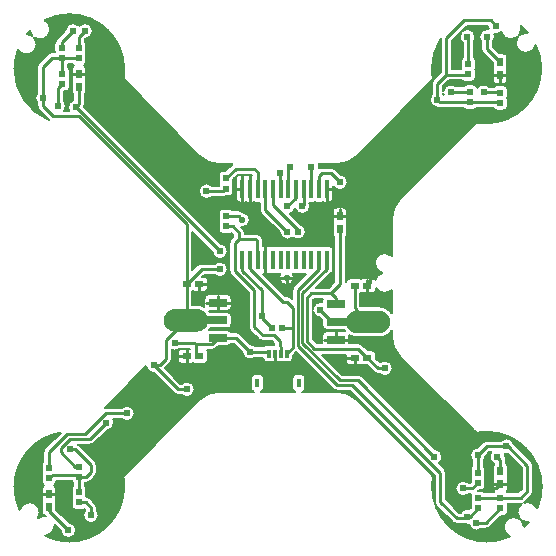
<source format=gbl>
G04 Layer: BottomLayer*
G04 EasyEDA Pro v2.1.44.1.245b18d5.fca1f9, 2024-01-18 14:01:25*
G04 Gerber Generator version 0.3*
G04 Scale: 100 percent, Rotated: No, Reflected: No*
G04 Dimensions in millimeters*
G04 Leading zeros omitted, absolute positions, 3 integers and 5 decimals*
%FSLAX35Y35*%
%MOMM*%
%ADD8191C,0.2032*%
%ADD10C,0.254*%
%ADD11C,0.55*%
%ADD12R,1.575X0.67201*%
%ADD13R,1.575X0.67201*%
%ADD14R,0.4X0.8*%
%ADD15R,0.3X0.8*%
%ADD16R,0.4X1.65001*%
%ADD17R,0.79009X0.54*%
%ADD18R,0.7915X0.54*%
%ADD19R,0.79009X0.54*%
%ADD20R,0.54X0.79009*%
%ADD21R,0.54X0.79009*%
%ADD22R,0.54X0.56566*%
%ADD23R,0.54X0.56566*%
%ADD24R,0.56566X0.54*%
%ADD25C,0.61*%
G75*


G04 Copper Start*
G36*
G01X909994Y-1564480D02*
G03X882717Y-1577086I0J-35814D01*
G01X807210D01*
G03X764336Y-1559327I-45210J-48514D01*
G01X679604Y-1474595D01*
G03X645300Y-1460386I-34305J-34305D01*
G01X602535D01*
G03X569973Y-1439485I-32561J-14914D01*
G01X415703D01*
G01X417665Y-1436938D01*
G01X418658Y-1435585D01*
G01X421208Y-1431932D01*
G01X422139Y-1430530D01*
G01X423924Y-1427698D01*
G01X569986D01*
G03X605800Y-1391884I0J35814D01*
G01Y-1325885D01*
G03X569986Y-1290071I-35814J0D01*
G01X423927D01*
G01X422139Y-1287234D01*
G01X421208Y-1285832D01*
G01X418658Y-1282180D01*
G01X417665Y-1280826D01*
G01X415730Y-1278315D01*
G01X569973D01*
G03X605787Y-1242501I0J35814D01*
G01Y-1175300D01*
G03X569973Y-1139486I-35814J0D01*
G01X412473D01*
G03X376659Y-1175300I0J-35814D01*
G01Y-1242501D01*
G01X376734Y-1244816D01*
G01X376488Y-1244683D01*
G01X372564Y-1242577D01*
G01X371048Y-1241810D01*
G01X367027Y-1239892D01*
G01X365518Y-1239214D01*
G01X361413Y-1237484D01*
G01X359843Y-1236866D01*
G01X355662Y-1235332D01*
G01X354066Y-1234788D01*
G01X349816Y-1233452D01*
G01X348207Y-1232987D01*
G01X343902Y-1231852D01*
G01X342283Y-1231465D01*
G01X337927Y-1230530D01*
G01X336255Y-1230213D01*
G01X331861Y-1229487D01*
G01X330205Y-1229252D01*
G01X325780Y-1228732D01*
G01X324107Y-1228574D01*
G01X319664Y-1228262D01*
G01X318010Y-1228184D01*
G01X313557Y-1228077D01*
G01X312699Y-1228067D01*
G01X273406D01*
G01Y-1115762D01*
G03X279400Y-1113620I-9009J34662D01*
G03X294404Y-1116914I15004J32520D01*
G01X373413D01*
G03X409227Y-1081100I0J35814D01*
G01Y-1027100D01*
G03X373413Y-991286I-35814J0D01*
G01X356315D01*
G01X371987Y-975614D01*
G01X462790D01*
G03X508000Y-993414I45210J48514D01*
G03X574314Y-927100I0J66314D01*
G03X508000Y-860786I-66314J0D01*
G03X462790Y-878586I0J-66314D01*
G01X351892D01*
G03X317587Y-892795I0J-48514D01*
G01X273406Y-936977D01*
G01Y-608715D01*
G01X441727Y-777036D01*
G03X508000Y-841014I66273J2336D01*
G03X574314Y-774700I0J66314D01*
G03X510336Y-708427I-66314J0D01*
G01X-643767Y445676D01*
G03X-637286Y469900I-42033J24224D01*
G01Y550455D01*
G03X-622986Y579087I-21514J28632D01*
G01Y658096D01*
G03X-626280Y673100I-35814J0D01*
G03X-622986Y688104I-32520J15004D01*
G01Y767113D01*
G03X-641780Y798624I-35814J0D01*
G03X-622986Y830136I-17020J31511D01*
G01Y886701D01*
G03X-626278Y901700I-35814J0D01*
G03X-622986Y916699I-32522J14999D01*
G01Y973264D01*
G01Y973265D01*
G03X-637286Y1001897I-35814J0D01*
G01Y1021305D01*
G01X-632664Y1025927D01*
G03X-568686Y1092200I-2336J66273D01*
G03X-635000Y1158514I-66314J0D01*
G03X-685800Y1134825I0J-66314D01*
G03X-736600Y1158514I-50800J-42625D01*
G03X-802873Y1094536I0J-66314D01*
G01X-864986Y1032423D01*
G03X-878223Y1007784I34305J-34305D01*
G03X-893496Y978446I20541J-29338D01*
G01Y921880D01*
G03X-892138Y912114I35814J0D01*
G01X-914400D01*
G03X-948705Y897905I0J-48514D01*
G01X-1024905Y821705D01*
G03X-1039114Y787400I34305J-34305D01*
G01Y568794D01*
G03X-1056914Y523584I48514J-45210D01*
G03X-1039114Y478374I66314J0D01*
G01Y457200D01*
G03X-1024905Y422895I48514J0D01*
G01X-938121Y336112D01*
G02X-1232186Y768000I170121J431888D01*
G02X-1202456Y931451I464186J0D01*
G03X-1130300Y892086I72156J46449D01*
G03X-1044486Y977900I0J85814D01*
G03X-1067127Y1035980I-85814J0D01*
G03X-1016000Y1019086I51127J68920D01*
G03X-930186Y1104900I0J85814D01*
G03X-978125Y1181903I-85814J0D01*
G02X-768000Y1232186I210125J-413903D01*
G02X-303814Y768000I0J-464186D01*
G02X-307997Y705826I-464186J0D01*
G01X-308218Y704207D01*
G01X-308220Y704196D01*
G03X-308551Y699337I35483J-4859D01*
G03X-290561Y668273I35814J0D01*
G01X333030Y33481D01*
G01X333138Y33371D01*
G01X333146Y33363D01*
G01X333254Y33254D01*
G03X500000Y-35814I166746J166746D01*
G01X613301D01*
G03X605877Y-41895I26881J-40386D01*
G01X554288Y-93485D01*
G01X531800D01*
G03X495986Y-129299I0J-35814D01*
G01Y-185864D01*
G03X499278Y-200863I35814J0D01*
G03X495986Y-215862I32522J-14999D01*
G01Y-218186D01*
G01X438910D01*
G03X393700Y-200386I-45210J-48514D01*
G03X327386Y-266700I0J-66314D01*
G03X393700Y-333014I66314J0D01*
G03X438910Y-315214I0J66314D01*
G01X536245D01*
G03X561303Y-308242I0J48514D01*
G01X585800D01*
G03X621614Y-272428I0J35814D01*
G01Y-215862D01*
G03X618322Y-200863I-35814J0D01*
G03X621614Y-185864I-32522J14999D01*
G01Y-163377D01*
G01X660277Y-124714D01*
G01X778104D01*
G01Y-125526D01*
G01X741619D01*
G03X729120Y-127778I0J-35814D01*
G03X716620Y-125526I-12499J-33562D01*
G01X676620D01*
G03X640806Y-161340I0J-35814D01*
G01Y-326340D01*
G03X676620Y-362154I35814J0D01*
G01X716620D01*
G03X729120Y-359902I0J35814D01*
G03X741619Y-362154I12499J33562D01*
G01X781619D01*
G03X794118Y-359902I0J35814D01*
G03X806618Y-362154I12499J33562D01*
G01X843102D01*
G01Y-421716D01*
G03X857312Y-456021I48514J0D01*
G01X1013227Y-611936D01*
G03X1079500Y-675914I66273J2336D01*
G03X1123950Y-658811I0J66314D01*
G03X1168400Y-675914I44450J49211D01*
G03X1234714Y-609600I0J66314D01*
G03X1185688Y-545579I-66314J0D01*
G01X1097604Y-457495D01*
G03X1143000Y-412813I-18104J63795D01*
G03X1206500Y-460014I63500J19113D01*
G03X1272814Y-393700I0J66314D01*
G03X1265123Y-362702I-66314J0D01*
G01Y-362154D01*
G01X1301608D01*
G03X1314107Y-359902I0J35814D01*
G03X1326606Y-362154I12499J33562D01*
G01X1366606D01*
G03X1379093Y-359907I0J35814D01*
G03X1391580Y-362154I12487J33567D01*
G01X1431580D01*
G03X1467394Y-326340I0J35814D01*
G01Y-225044D01*
G03X1524000Y-256814I56606J34544D01*
G03X1590314Y-190500I0J66314D01*
G03X1526336Y-124227I-66314J0D01*
G01X1482105Y-79995D01*
G03X1447800Y-65786I-34305J-34305D01*
G01X1371600D01*
G03X1348514Y-71631I0J-48514D01*
G03X1349014Y-63500I-65814J8131D01*
G03X1342958Y-35814I-66314J0D01*
G01X1500000D01*
G03X1666746Y33254I-0J235814D01*
G01X2298624Y665133D01*
G03X2309114Y690457I-25324J25324D01*
G01Y698500D01*
G03X2306170Y712719I-35814J0D01*
G02X2302206Y773158I458680J60439D01*
G02X2377186Y1025659I462645J0D01*
G01Y741174D01*
G01X2315195Y679184D01*
G03X2300986Y644879I34305J-34305D01*
G01Y553210D01*
G03X2283186Y508000I48514J-45210D01*
G03X2349500Y441686I66314J0D01*
G03X2353331Y441797I0J66314D01*
G03X2370226Y438760I16896J45477D01*
G01X2567166D01*
G03X2596718Y423177I29552J20231D01*
G01X2650719D01*
G03X2680271Y438760I0J35814D01*
G01X2820464D01*
G03X2853414Y416979I32950J14034D01*
G01X2907415D01*
G03X2943229Y452793I0J35814D01*
G01Y509359D01*
G03X2939937Y524358I-35814J0D01*
G03X2943229Y539356I-32522J14999D01*
G01Y595922D01*
G03X2907415Y631736I-35814J0D01*
G01X2853414D01*
G03X2826915Y620014I0J-35814D01*
G01X2788410D01*
G03X2743200Y637814I-45210J-48514D01*
G03X2686358Y605654I0J-66314D01*
G03X2650719Y637934I-35639J-3535D01*
G01X2596718D01*
G03X2567166Y622351I0J-35814D01*
G01X2506365D01*
G03X2463800Y637814I-42565J-50851D01*
G03X2398014Y579852I0J-66314D01*
G01Y624784D01*
G01X2445795Y672565D01*
G01X2556609D01*
G03X2584018Y659803I27409J23052D01*
G01X2638019D01*
G03X2673833Y695617I0J35814D01*
G01Y752183D01*
G03X2670541Y767182I-35814J0D01*
G03X2673833Y782180I-32522J14999D01*
G01Y838746D01*
G03X2659532Y867378I-35814J0D01*
G01Y1005933D01*
G03X2669814Y1041400I-56032J35467D01*
G03X2603500Y1107714I-66314J0D01*
G03X2537186Y1041400I0J-66314D01*
G03X2562504Y989276I66314J0D01*
G01Y867378D01*
G03X2548204Y838746I21514J-28632D01*
G01Y782180D01*
G03X2550489Y769593I35814J0D01*
G01X2474214D01*
G01Y1008605D01*
G01X2598195Y1132586D01*
G01X2778525D01*
G01X2778486Y1130300D01*
G03X2783051Y1106120I66314J0D01*
G03X2768600Y1107714I-14451J-64720D01*
G03X2702286Y1041400I0J-66314D01*
G03X2720086Y996190I66314J0D01*
G01Y936092D01*
G03X2734295Y901787I48514J0D01*
G01X2816377Y819705D01*
G01Y785995D01*
G03X2819672Y770992I35814J0D01*
G03X2816377Y755988I32520J-15004D01*
G01Y676979D01*
G03X2852191Y641165I35814J0D01*
G01X2906192D01*
G03X2942006Y676979I0J35814D01*
G01Y755988D01*
G03X2938711Y770992I-35814J0D01*
G03X2942006Y785995I-32520J15004D01*
G01Y865005D01*
G03X2906192Y900819I-35814J0D01*
G01X2872482D01*
G01X2817114Y956187D01*
G01Y996190D01*
G03X2834914Y1041400I-48514J45210D01*
G03X2830349Y1065580I-66314J0D01*
G03X2844800Y1063986I14451J64720D01*
G03X2889334Y1081165I0J66314D01*
G03X2971800Y1019086I82466J23735D01*
G03X3029880Y1041727I0J85814D01*
G03X3012986Y990600I68920J-51127D01*
G03X3098800Y904786I85814J0D01*
G03X3182577Y972015I0J85814D01*
G02X3227495Y773158I-417727J-198857D01*
G02X2764850Y310513I-462645J0D01*
G02X2717707Y312922I0J462645D01*
G03X2705100Y315214I-12607J-33522D01*
G01X2696557D01*
G03X2671233Y304724I0J-35814D01*
G01X2033254Y-333254D01*
G03X1964186Y-500000I166746J-166746D01*
G01Y-500132D01*
G01Y-814163D01*
G03X1905000Y-790486I-59186J-62137D01*
G03X1819186Y-876300I0J-85814D01*
G03X1881558Y-958850I85814J0D01*
G03X1822913Y-1016385I23442J-82550D01*
G03X1795813Y-1003986I-27100J-23414D01*
G01X1716804D01*
G03X1701800Y-1007280I0J-35814D01*
G03X1686796Y-1003986I-15004J-32520D01*
G01X1607787D01*
G03X1572514Y-1033598I0J-35814D01*
G01Y-656045D01*
G03X1586814Y-627413I-21514J28632D01*
G01Y-548404D01*
G03X1583520Y-533400I-35814J0D01*
G03X1586814Y-518396I-32520J15004D01*
G01Y-439387D01*
G03X1551000Y-403573I-35814J0D01*
G01X1497000D01*
G03X1461186Y-439387I0J-35814D01*
G01Y-518396D01*
G03X1464480Y-533400I35814J0D01*
G03X1461186Y-548404I32520J-15004D01*
G01Y-627413D01*
G03X1475486Y-656045I35814J0D01*
G01Y-1034005D01*
G01X1427705Y-1081786D01*
G01X1323803D01*
G01X1439893Y-965696D01*
G03X1467394Y-930860I-8313J34836D01*
G01Y-765860D01*
G03X1431580Y-730046I-35814J0D01*
G01X1391580D01*
G03X1379093Y-732293I0J-35814D01*
G03X1366606Y-730046I-12487J-33567D01*
G01X1326606D01*
G03X1314107Y-732298I0J-35814D01*
G03X1301608Y-730046I-12499J-33562D01*
G01X1261608D01*
G03X1249109Y-732298I0J-35814D01*
G03X1236609Y-730046I-12499J-33562D01*
G01X1196609D01*
G03X1184110Y-732298I0J-35814D01*
G03X1171611Y-730046I-12499J-33562D01*
G01X1131611D01*
G03X1119099Y-732302I0J-35814D01*
G03X1106587Y-730046I-12512J-33557D01*
G01X1066587D01*
G03X1054100Y-732293I0J-35814D01*
G03X1041613Y-730046I-12487J-33567D01*
G01X1001613D01*
G03X989114Y-732298I0J-35814D01*
G03X976615Y-730046I-12499J-33562D01*
G01X936615D01*
G03X924116Y-732298I0J-35814D01*
G03X911616Y-730046I-12499J-33562D01*
G01X874014D01*
G01Y-685800D01*
G03X859805Y-651495I-48514J0D01*
G01X847105Y-638795D01*
G03X812800Y-624586I-34305J-34305D01*
G01X716432D01*
G01Y-617118D01*
G03X702223Y-582814I-48514J0D01*
G01X690173Y-570764D01*
G03X698500Y-571314I8327J62764D01*
G03X761814Y-508000I0J63314D01*
G03X704038Y-444929I-63314J0D01*
G01X702223Y-443114D01*
G03X667918Y-428904I-34305J-34305D01*
G01X615353D01*
G03X585800Y-413321I-29552J-20231D01*
G01X531800D01*
G03X495986Y-449135I0J-35814D01*
G01Y-449136D01*
G01Y-505701D01*
G03X499278Y-520700I35814J0D01*
G03X495986Y-535699I32522J-14999D01*
G01Y-592264D01*
G03X531800Y-628078I35814J0D01*
G01X585800D01*
G03X604809Y-622618I0J35814D01*
G01X619404Y-637214D01*
G01Y-653005D01*
G01X600695Y-671714D01*
G03X586486Y-706018I34305J-34305D01*
G01Y-939800D01*
G03X600695Y-974105I48514J0D01*
G01X751586Y-1124995D01*
G01Y-1415400D01*
G03X765795Y-1449705I48514J0D01*
G01X836295Y-1520205D01*
G03X870600Y-1534414I34305J34305D01*
G01X945105D01*
G01X967486Y-1556795D01*
G01Y-1564480D01*
G01X960006D01*
G03X950000Y-1565906I0J-35814D01*
G03X939994Y-1564480I-10006J-34388D01*
G01X909994D01*
G37*
G36*
G01X-1035980Y-3035627D02*
G03X-1019086Y-2984500I-68920J51127D01*
G03X-1104900Y-2898686I-85814J0D01*
G03X-1188415Y-2964772I0J-85814D01*
G02X-1232186Y-2768000I420416J196772D01*
G02X-841594Y-2309685I464186J0D01*
G01X-974105Y-2442195D01*
G03X-988314Y-2476500I34305J-34305D01*
G01Y-2554103D01*
G03X-1002614Y-2582735I21514J-28632D01*
G01Y-2582736D01*
G01Y-2639301D01*
G03X-999322Y-2654300I35814J0D01*
G03X-1002614Y-2669299I32522J-14999D01*
G01Y-2725864D01*
G03X-983820Y-2757376I35814J0D01*
G03X-1002614Y-2788887I17020J-31511D01*
G01Y-2867896D01*
G03X-999320Y-2882900I35814J0D01*
G03X-1002614Y-2897904I32520J-15004D01*
G01Y-2976913D01*
G03X-969084Y-3012654I35814J0D01*
G01X-968203Y-3013536D01*
G03X-977900Y-3012986I-9697J-85264D01*
G03X-1035980Y-3035627I0J-85814D01*
G37*
G36*
G01X-1100779Y1091615D02*
G03X-1079173Y1046820I84779J13285D01*
G03X-1125895Y1063601I-51127J-68920D01*
G02X-1100779Y1091615I357895J-295601D01*
G37*
G36*
G01X-303814Y-2768000D02*
G02X-768000Y-3232186I-464186J0D01*
G02X-972985Y-3184473I0J464186D01*
G03X-892086Y-3098800I-4915J85673D01*
G03X-892636Y-3089103I-85814J0D01*
G01X-840897Y-3140842D01*
G03X-774700Y-3203214I66197J3942D01*
G03X-708386Y-3136900I0J66314D01*
G03X-773930Y-3070590I-66314J0D01*
G01X-876986Y-2967534D01*
G01Y-2897904D01*
G03X-880280Y-2882900I-35814J0D01*
G03X-876986Y-2867896I-32520J15004D01*
G01Y-2788887D01*
G03X-895780Y-2757376I-35814J0D01*
G03X-876986Y-2725864I-17020J31511D01*
G01Y-2715514D01*
G01X-748537D01*
G03X-734314Y-2741797I35737J2350D01*
G01Y-2757303D01*
G03X-748614Y-2785935I21514J-28632D01*
G01Y-2785936D01*
G01Y-2842501D01*
G03X-745322Y-2857500I35814J0D01*
G03X-748614Y-2872499I32522J-14999D01*
G01Y-2929064D01*
G03X-712800Y-2964878I35814J0D01*
G01X-658800D01*
G03X-639791Y-2959418I0J35814D01*
G01X-633576Y-2965633D01*
G03X-650514Y-3009900I49376J-44267D01*
G03X-584200Y-3076214I66314J0D01*
G03X-517886Y-3009900I0J66314D01*
G03X-535686Y-2964690I-66314J0D01*
G01Y-2946400D01*
G03X-549895Y-2912095I-48514J0D01*
G01X-595514Y-2866477D01*
G03X-624430Y-2852568I-34305J-34305D01*
G03X-622986Y-2842501I-34370J10067D01*
G01Y-2785936D01*
G01Y-2785935D01*
G03X-637286Y-2757303I-35814J0D01*
G01Y-2741797D01*
G03X-629247Y-2733396I-21514J28632D01*
G01X-622300D01*
G03X-587995Y-2719186I0J48514D01*
G01X-549895Y-2681086D01*
G03X-535686Y-2646782I-34305J34305D01*
G01Y-2586952D01*
G03X-549895Y-2552647I-48514J0D01*
G01X-685121Y-2417421D01*
G03X-693510Y-2410714I-34305J-34305D01*
G01X-590453D01*
G03X-556149Y-2396505I0J48514D01*
G01X-452092Y-2292448D01*
G03X-388115Y-2226175I-2336J66273D01*
G03X-395999Y-2194814I-66314J0D01*
G01X-326616D01*
G03X-280120Y-2213845I46496J47283D01*
G03X-213806Y-2147531I0J66314D01*
G03X-280120Y-2081217I-66314J0D01*
G03X-323972Y-2097786I0J-66314D01*
G01X-457200D01*
G03X-464911Y-2098403I0J-48514D01*
G01X-116363Y-1749854D01*
G03X-53136Y-1806173I65563J9954D01*
G01X118095Y-1977405D01*
G03X152400Y-1991614I34305J34305D01*
G01X183390D01*
G03X228600Y-2009414I45210J48514D01*
G03X294914Y-1943100I0J66314D01*
G03X228600Y-1876786I-66314J0D01*
G03X183390Y-1894586I0J-66314D01*
G01X172495D01*
G01X43209Y-1765300D01*
G01X85105Y-1723405D01*
G03X99314Y-1689100I-34305J34305D01*
G01Y-1609658D01*
G03X127000Y-1615714I27686J60258D01*
G03X172210Y-1597914I0J66314D01*
G01X256310D01*
G01Y-1600886D01*
G01X185387D01*
G03X149573Y-1636700I0J-35814D01*
G01Y-1690700D01*
G03X185387Y-1726514I35814J0D01*
G01X264396D01*
G03X279400Y-1723220I0J35814D01*
G03X294404Y-1726514I15004J32520D01*
G01X373413D01*
G03X409227Y-1690700I0J35814D01*
G01Y-1636700D01*
G03X397952Y-1610614I-35814J0D01*
G01X438023D01*
G03X472328Y-1596405I0J48514D01*
G01X490418Y-1578314D01*
G01X569973D01*
G03X602535Y-1557414I0J35814D01*
G01X625205D01*
G01X695727Y-1627936D01*
G03X762000Y-1691914I66273J2336D01*
G03X807210Y-1674114I0J66314D01*
G01X874180D01*
G01Y-1680294D01*
G03X909994Y-1716108I35814J0D01*
G01X939994D01*
G03X950000Y-1714682I0J35814D01*
G03X960006Y-1716108I10006J34388D01*
G01X990006D01*
G03X1000000Y-1714685I0J35814D01*
G03X1009994Y-1716108I9994J34391D01*
G01X1039994D01*
G03X1050000Y-1714682I0J35814D01*
G03X1060006Y-1716108I10006J34388D01*
G01X1090006D01*
G03X1125820Y-1680294I0J35814D01*
G01Y-1658089D01*
G01X1154450Y-1629459D01*
G01X1464295Y-1939305D01*
G03X1498600Y-1953514I34305J34305D01*
G01X1605505D01*
G01X2326386Y-2674395D01*
G01Y-2895600D01*
G03X2340595Y-2929905I48514J0D01*
G01X2480295Y-3069605D01*
G03X2514600Y-3083814I34305J34305D01*
G01X2577997D01*
G03X2603500Y-3088914I25503J61214D01*
G03X2614993Y-3087911I0J66314D01*
G03X2679700Y-3139714I64707J14511D01*
G03X2724910Y-3121914I0J66314D01*
G01X2761082D01*
G03X2795386Y-3107705I0J48514D01*
G01X2887412Y-3015678D01*
G01X2909900D01*
G03X2945714Y-2979864I0J35814D01*
G01Y-2923299D01*
G03X2944357Y-2913532I-35814J0D01*
G01X3053182D01*
G03X3065812Y-2911859I0J48514D01*
G03X3025686Y-2984500I45688J-72641D01*
G03X3048327Y-3042580I85814J0D01*
G03X2997200Y-3025686I-51127J-68920D01*
G03X2911386Y-3111500I0J-85814D01*
G03X2961933Y-3189732I85814J0D01*
G02X2768000Y-3232185I-193933J421732D01*
G02X2303814Y-2768000I0J464186D01*
G02X2309390Y-2696267I464186J0D01*
G01X2309399Y-2696211D01*
G01X2309423Y-2696059D01*
G01Y-2696058D01*
G03X2309853Y-2690524I-35384J5534D01*
G03X2294915Y-2661423I-35814J0D01*
G01X1666746Y-2033254D01*
G03X1500000Y-1964186I-166746J-166746D01*
G01X1499868D01*
G01X1206616D01*
G03X1230820Y-1930306I-11610J33880D01*
G01Y-1850306D01*
G03X1195006Y-1814492I-35814J0D01*
G01X1155006D01*
G03X1119192Y-1850306I0J-35814D01*
G01Y-1930306D01*
G03X1143396Y-1964186I35814J0D01*
G01X856604D01*
G03X880808Y-1930306I-11610J33880D01*
G01Y-1850306D01*
G03X844994Y-1814492I-35814J0D01*
G01X804994D01*
G03X769180Y-1850306I0J-35814D01*
G01Y-1930306D01*
G03X793384Y-1964186I35814J0D01*
G01X500132D01*
G01X500000D01*
G03X333254Y-2033254I0J-235814D01*
G01X-298467Y-2664975D01*
G03X-303958Y-2672051I25324J-25324D01*
G01X-303965Y-2672062D01*
G01X-304703Y-2673308D01*
G03X-309694Y-2691546I30823J-18237D01*
G03X-309300Y-2696845I35814J0D01*
G01X-308572Y-2701705D01*
G02X-303814Y-2768000I-459427J-66294D01*
G37*
G36*
G01X-777514Y444500D02*
G03X-771458Y416814I66314J0D01*
G01X-811002D01*
G03X-797286Y457200I-52598J40386D01*
G03X-815086Y502410I-66314J0D01*
G01Y578422D01*
G01X-798500D01*
G03X-762686Y614236I0J35814D01*
G01Y670801D01*
G03X-765978Y685800I-35814J0D01*
G03X-762686Y700799I-32522J14999D01*
G01Y757364D01*
G01Y757365D01*
G03X-776986Y785997I-35814J0D01*
G01Y809904D01*
G01X-742353D01*
G03X-729820Y798624I29552J20231D01*
G03X-748614Y767113I17020J-31511D01*
G01Y688104D01*
G03X-745320Y673100I35814J0D01*
G03X-748614Y658096I32520J-15004D01*
G01Y579087D01*
G03X-734314Y550455I35814J0D01*
G01Y506655D01*
G03X-777514Y444500I23114J-62155D01*
G37*
G36*
G01X1119886Y-1178277D02*
G01X1111790Y-1170180D01*
G03X1077485Y-1155971I-34305J-34305D01*
G01X1059480D01*
G01X870154Y-966645D01*
G01X871616Y-966674D01*
G01X911616D01*
G03X924116Y-964422I0J35814D01*
G03X936615Y-966674I12499J33562D01*
G01X976615D01*
G03X989114Y-964422I0J35814D01*
G03X1001613Y-966674I12499J33562D01*
G01X1017127D01*
G03X1008347Y-998842I54534J-32167D01*
G03X1071661Y-1062156I63314J0D01*
G03X1134975Y-998842I0J63314D01*
G03X1125924Y-966220I-63314J0D01*
G03X1131611Y-966674I5686J35360D01*
G01X1171611D01*
G03X1184110Y-964422I0J35814D01*
G03X1196609Y-966674I12499J33562D01*
G01X1236609D01*
G01X1238045Y-966646D01*
G01X1134095Y-1070595D01*
G03X1119886Y-1104900I34305J-34305D01*
G01Y-1178277D01*
G37*
G36*
G01X1375413Y-1487999D02*
G01X1375413Y-1551686D01*
G01X1328195D01*
G01X1293114Y-1516605D01*
G01Y-1278352D01*
G03X1356564Y-1336273I65786J8352D01*
G01X1375400Y-1355109D01*
G01Y-1404615D01*
G03X1411214Y-1440429I35814J0D01*
G01X1557273D01*
G01X1559061Y-1443266D01*
G01X1559992Y-1444668D01*
G01X1562542Y-1448320D01*
G01X1563535Y-1449674D01*
G01X1565470Y-1452185D01*
G01X1411227D01*
G03X1375413Y-1487999I0J-35814D01*
G37*
G36*
G01X1358900Y-1203686D02*
G03X1293114Y-1261648I0J-66314D01*
G01Y-1188495D01*
G01X1302795Y-1178814D01*
G01X1376611D01*
G03X1375413Y-1188000I34616J-9186D01*
G01Y-1205775D01*
G03X1358900Y-1203686I-16513J-64225D01*
G37*
G36*
G01X2603500Y-2956286D02*
G03X2547689Y-2986786I0J-66314D01*
G01X2534695D01*
G01X2423414Y-2875505D01*
G01Y-2654300D01*
G03X2409205Y-2619995I-48514J0D01*
G01X2359735Y-2570526D01*
G03X2390414Y-2514600I-35635J55926D01*
G03X2326436Y-2448327I-66314J0D01*
G01X1710705Y-1832595D01*
G03X1676400Y-1818386I-34305J-34305D01*
G01X1544095D01*
G01X1374423Y-1648714D01*
G01X1571980D01*
G01X1571973Y-1649400D01*
G01Y-1703400D01*
G03X1607787Y-1739214I35814J0D01*
G01X1686796D01*
G03X1701800Y-1735920I0J35814D01*
G03X1716804Y-1739214I15004J32520D01*
G01X1750513D01*
G01X1810904Y-1799605D01*
G03X1845208Y-1813814I34305J34305D01*
G01X1859790D01*
G03X1905000Y-1831614I45210J48514D01*
G03X1971314Y-1765300I0J66314D01*
G03X1905000Y-1698986I-66314J0D01*
G03X1862725Y-1714208I0J-66314D01*
G01X1831627Y-1683109D01*
G01Y-1649400D01*
G03X1795813Y-1613586I-35814J0D01*
G01X1762103D01*
G01X1714413Y-1565895D01*
G03X1680108Y-1551686I-34305J-34305D01*
G01X1604541D01*
G01Y-1487999D01*
G01X1604466Y-1485684D01*
G01X1604712Y-1485817D01*
G01X1608636Y-1487923D01*
G01X1610152Y-1488690D01*
G01X1614173Y-1490608D01*
G01X1615682Y-1491286D01*
G01X1619787Y-1493016D01*
G01X1621357Y-1493634D01*
G01X1625538Y-1495168D01*
G01X1627134Y-1495712D01*
G01X1631383Y-1497048D01*
G01X1631384D01*
G01X1632993Y-1497513D01*
G01X1637298Y-1498648D01*
G01X1638917Y-1499035D01*
G01X1643273Y-1499970D01*
G01X1644945Y-1500287D01*
G01X1649339Y-1501013D01*
G01X1650995Y-1501248D01*
G01X1655420Y-1501768D01*
G01X1657093Y-1501926D01*
G01X1661535Y-1502238D01*
G01X1661536D01*
G01X1663190Y-1502316D01*
G01X1667643Y-1502423D01*
G01X1668501Y-1502433D01*
G01X1853921D01*
G01X1854778Y-1502423D01*
G01X1859231Y-1502316D01*
G01X1860886Y-1502238D01*
G01X1865328Y-1501926D01*
G01X1867001Y-1501768D01*
G01X1871426Y-1501248D01*
G01X1873082Y-1501013D01*
G01X1877476Y-1500287D01*
G01X1879148Y-1499970D01*
G01X1883504Y-1499035D01*
G01X1885123Y-1498648D01*
G01X1889428Y-1497513D01*
G01X1891038Y-1497048D01*
G01X1895287Y-1495712D01*
G01X1896883Y-1495168D01*
G01X1901064Y-1493634D01*
G01X1902634Y-1493016D01*
G01X1906739Y-1491286D01*
G01X1908248Y-1490608D01*
G01X1912269Y-1488690D01*
G01X1913785Y-1487923D01*
G01X1917709Y-1485817D01*
G01X1919172Y-1484987D01*
G01X1922995Y-1482699D01*
G01X1924408Y-1481807D01*
G01X1928119Y-1479344D01*
G01X1929490Y-1478387D01*
G01X1933081Y-1475753D01*
G01X1934418Y-1474723D01*
G01X1937880Y-1471924D01*
G01X1939164Y-1470835D01*
G01X1942494Y-1467873D01*
G01X1943719Y-1466731D01*
G01X1943720D01*
G01X1946905Y-1463620D01*
G01X1948075Y-1462421D01*
G01X1951113Y-1459162D01*
G01X1952229Y-1457908D01*
G01X1955109Y-1454512D01*
G01X1956168Y-1453202D01*
G01X1958886Y-1449674D01*
G01X1959879Y-1448320D01*
G01X1962429Y-1444668D01*
G01X1963360Y-1443266D01*
G01X1964186Y-1441955D01*
G01Y-1499868D01*
G01Y-1500000D01*
G03X2033254Y-1666746I235814J0D01*
G01X2657441Y-2290933D01*
G03X2689137Y-2310073I31696J16674D01*
G03X2694732Y-2309633I0J35814D01*
G01X2696095Y-2309417D01*
G02X2768000Y-2303814I71905J-458583D01*
G02X3232185Y-2768000I0J-464186D01*
G02X3192429Y-2955959I-464186J0D01*
G03X3111500Y-2898686I-80929J-28541D01*
G03X3082339Y-2903793I0J-85814D01*
G03X3087486Y-2899323I-29158J38774D01*
G01X3145805Y-2841005D01*
G03X3160014Y-2806700I-34305J34305D01*
G01Y-2590800D01*
G03X3145805Y-2556495I-48514J0D01*
G01X2997721Y-2408412D01*
G03X2933700Y-2359386I-64021J-17288D01*
G03X2888490Y-2377186I0J-66314D01*
G01X2768600D01*
G03X2734295Y-2391395I0J-48514D01*
G01X2690064Y-2435627D01*
G03X2626086Y-2501900I2336J-66273D01*
G03X2643886Y-2547110I66314J0D01*
G01Y-2592203D01*
G03X2629586Y-2620835I21514J-28632D01*
G01Y-2620836D01*
G01Y-2677401D01*
G03X2632878Y-2692400I35814J0D01*
G03X2629586Y-2707399I32522J-14999D01*
G01Y-2729887D01*
G01X2625518Y-2733954D01*
G01X2612149D01*
G03X2566939Y-2716154I-45210J-48514D01*
G03X2500625Y-2782468I0J-66314D01*
G03X2566939Y-2848782I66314J0D01*
G03X2612149Y-2830982I0J66314D01*
G01X2630051D01*
G03X2629586Y-2836735I35349J-5753D01*
G01Y-2836736D01*
G01Y-2893301D01*
G03X2632878Y-2908300I35814J0D01*
G03X2629586Y-2923299I32522J-14999D01*
G01Y-2945787D01*
G01X2617575Y-2957797D01*
G03X2603500Y-2956286I-14075J-64803D01*
G37*
G36*
G01X1964186Y-1103537D02*
G01X1964186Y-1301280D01*
G01X1963360Y-1299970D01*
G01X1962429Y-1298568D01*
G01X1959879Y-1294915D01*
G01X1958886Y-1293562D01*
G01X1956168Y-1290034D01*
G01X1955109Y-1288724D01*
G01X1952229Y-1285328D01*
G01X1951113Y-1284073D01*
G01X1948075Y-1280814D01*
G01X1946905Y-1279616D01*
G01X1943720Y-1276505D01*
G01X1943719D01*
G01X1942494Y-1275362D01*
G01X1939164Y-1272401D01*
G01X1937880Y-1271312D01*
G01X1934418Y-1268513D01*
G01X1933081Y-1267483D01*
G01X1929490Y-1264849D01*
G01X1928119Y-1263892D01*
G01X1924408Y-1261428D01*
G01X1922995Y-1260537D01*
G01X1919172Y-1258248D01*
G01X1917709Y-1257418D01*
G01X1913785Y-1255313D01*
G01X1912269Y-1254545D01*
G01X1908248Y-1252627D01*
G01X1906739Y-1251950D01*
G01X1902634Y-1250220D01*
G01X1901064Y-1249601D01*
G01X1896883Y-1248067D01*
G01X1895287Y-1247524D01*
G01X1891038Y-1246188D01*
G01X1889428Y-1245723D01*
G01X1885123Y-1244588D01*
G01X1883504Y-1244201D01*
G01X1879148Y-1243266D01*
G01X1877476Y-1242949D01*
G01X1873082Y-1242222D01*
G01X1871426Y-1241988D01*
G01X1867001Y-1241467D01*
G01X1865328Y-1241310D01*
G01X1860886Y-1240998D01*
G01X1859231Y-1240920D01*
G01X1854778Y-1240813D01*
G01X1853921Y-1240803D01*
G01X1699022D01*
G01X1695806Y-1237586D01*
G01Y-1128462D01*
G03X1701800Y-1126320I-9009J34662D01*
G03X1716804Y-1129614I15004J32520D01*
G01X1795813D01*
G03X1831627Y-1093800I0J35814D01*
G01Y-1085902D01*
G03X1905000Y-1127214I73373J44502D01*
G03X1964186Y-1103537I0J85814D01*
G37*
G36*
G01X2401256Y549459D02*
G03X2398014Y553210I-51756J-41459D01*
G01Y563148D01*
G03X2401256Y549459I65786J8352D01*
G37*
G36*
G01X2748953Y-2816504D02*
G03X2719400Y-2800921I-29552J-20231D01*
G01X2695769D01*
G01X2696912Y-2799778D01*
G01X2719400D01*
G03X2755214Y-2763964I0J35814D01*
G01Y-2707399D01*
G03X2751922Y-2692400I-35814J0D01*
G03X2755214Y-2677401I-32522J14999D01*
G01Y-2620836D01*
G01Y-2620835D01*
G03X2740914Y-2592203I-35814J0D01*
G01Y-2547110D01*
G03X2758673Y-2504236I-48514J45210D01*
G01X2788695Y-2474214D01*
G01X2804902D01*
G03X2791186Y-2514600I52598J-40386D01*
G03X2829165Y-2574556I66314J0D01*
G03X2820086Y-2598387I26734J-23831D01*
G01Y-2677396D01*
G03X2823380Y-2692400I35814J0D01*
G03X2820086Y-2707404I32520J-15004D01*
G01Y-2786413D01*
G03X2830413Y-2811574I35814J0D01*
G03X2826347Y-2816504I25486J-25161D01*
G01X2748953D01*
G37*
G36*
G01X3062986Y-2786605D02*
G01X3033086Y-2816504D01*
G01X2939453D01*
G03X2935387Y-2811574I-29552J-20231D01*
G03X2945714Y-2786413I-25486J25161D01*
G01Y-2707404D01*
G03X2942420Y-2692400I-35814J0D01*
G03X2945714Y-2677396I-32520J15004D01*
G01Y-2598387D01*
G03X2931414Y-2569755I-35814J0D01*
G01Y-2540000D01*
G03X2923811Y-2513925I-48514J0D01*
G03X2919249Y-2490420I-66311J-675D01*
G03X2933700Y-2492014I14451J64720D01*
G03X2943393Y-2491302I0J66314D01*
G01X3062986Y-2610895D01*
G01Y-2786605D01*
G37*
G36*
G01X3040720Y1053773D02*
G03X3057614Y1104900I-68920J51127D01*
G03X3051736Y1136114I-85814J0D01*
G02X3115695Y1074734I-286886J-362956D01*
G03X3098800Y1076414I-16895J-84134D01*
G03X3040720Y1053773I0J-85814D01*
G37*
G36*
G01X3120662Y-3069823D02*
G02X3082976Y-3108966I-352662J301824D01*
G03X3060373Y-3053420I-85776J-2534D01*
G03X3111500Y-3070314I51127J68920D01*
G03X3120662Y-3069823I0J85814D01*
G37*
G54D8191*
G01X909994Y-1564480D02*
G03X882717Y-1577086I0J-35814D01*
G01X807210D01*
G03X764336Y-1559327I-45210J-48514D01*
G01X679604Y-1474595D01*
G03X645300Y-1460386I-34305J-34305D01*
G01X602535D01*
G03X569973Y-1439485I-32561J-14914D01*
G01X415703D01*
G01X417665Y-1436938D01*
G01X418658Y-1435585D01*
G01X421208Y-1431932D01*
G01X422139Y-1430530D01*
G01X423924Y-1427698D01*
G01X569986D01*
G03X605800Y-1391884I0J35814D01*
G01Y-1325885D01*
G03X569986Y-1290071I-35814J0D01*
G01X423927D01*
G01X422139Y-1287234D01*
G01X421208Y-1285832D01*
G01X418658Y-1282180D01*
G01X417665Y-1280826D01*
G01X415730Y-1278315D01*
G01X569973D01*
G03X605787Y-1242501I0J35814D01*
G01Y-1175300D01*
G03X569973Y-1139486I-35814J0D01*
G01X412473D01*
G03X376659Y-1175300I0J-35814D01*
G01Y-1242501D01*
G01X376734Y-1244816D01*
G01X376488Y-1244683D01*
G01X372564Y-1242577D01*
G01X371048Y-1241810D01*
G01X367027Y-1239892D01*
G01X365518Y-1239214D01*
G01X361413Y-1237484D01*
G01X359843Y-1236866D01*
G01X355662Y-1235332D01*
G01X354066Y-1234788D01*
G01X349816Y-1233452D01*
G01X348207Y-1232987D01*
G01X343902Y-1231852D01*
G01X342283Y-1231465D01*
G01X337927Y-1230530D01*
G01X336255Y-1230213D01*
G01X331861Y-1229487D01*
G01X330205Y-1229252D01*
G01X325780Y-1228732D01*
G01X324107Y-1228574D01*
G01X319664Y-1228262D01*
G01X318010Y-1228184D01*
G01X313557Y-1228077D01*
G01X312699Y-1228067D01*
G01X273406D01*
G01Y-1115762D01*
G03X279400Y-1113620I-9009J34662D01*
G03X294404Y-1116914I15004J32520D01*
G01X373413D01*
G03X409227Y-1081100I0J35814D01*
G01Y-1027100D01*
G03X373413Y-991286I-35814J0D01*
G01X356315D01*
G01X371987Y-975614D01*
G01X462790D01*
G03X508000Y-993414I45210J48514D01*
G03X574314Y-927100I0J66314D01*
G03X508000Y-860786I-66314J0D01*
G03X462790Y-878586I0J-66314D01*
G01X351892D01*
G03X317587Y-892795I0J-48514D01*
G01X273406Y-936977D01*
G01Y-608715D01*
G01X441727Y-777036D01*
G03X508000Y-841014I66273J2336D01*
G03X574314Y-774700I0J66314D01*
G03X510336Y-708427I-66314J0D01*
G01X-643767Y445676D01*
G03X-637286Y469900I-42033J24224D01*
G01Y550455D01*
G03X-622986Y579087I-21514J28632D01*
G01Y658096D01*
G03X-626280Y673100I-35814J0D01*
G03X-622986Y688104I-32520J15004D01*
G01Y767113D01*
G03X-641780Y798624I-35814J0D01*
G03X-622986Y830136I-17020J31511D01*
G01Y886701D01*
G03X-626278Y901700I-35814J0D01*
G03X-622986Y916699I-32522J14999D01*
G01Y973264D01*
G01Y973265D01*
G03X-637286Y1001897I-35814J0D01*
G01Y1021305D01*
G01X-632664Y1025927D01*
G03X-568686Y1092200I-2336J66273D01*
G03X-635000Y1158514I-66314J0D01*
G03X-685800Y1134825I0J-66314D01*
G03X-736600Y1158514I-50800J-42625D01*
G03X-802873Y1094536I0J-66314D01*
G01X-864986Y1032423D01*
G03X-878223Y1007784I34305J-34305D01*
G03X-893496Y978446I20541J-29338D01*
G01Y921880D01*
G03X-892138Y912114I35814J0D01*
G01X-914400D01*
G03X-948705Y897905I0J-48514D01*
G01X-1024905Y821705D01*
G03X-1039114Y787400I34305J-34305D01*
G01Y568794D01*
G03X-1056914Y523584I48514J-45210D01*
G03X-1039114Y478374I66314J0D01*
G01Y457200D01*
G03X-1024905Y422895I48514J0D01*
G01X-938121Y336112D01*
G02X-1232186Y768000I170121J431888D01*
G02X-1202456Y931451I464186J0D01*
G03X-1130300Y892086I72156J46449D01*
G03X-1044486Y977900I0J85814D01*
G03X-1067127Y1035980I-85814J0D01*
G03X-1016000Y1019086I51127J68920D01*
G03X-930186Y1104900I0J85814D01*
G03X-978125Y1181903I-85814J0D01*
G02X-768000Y1232186I210125J-413903D01*
G02X-303814Y768000I0J-464186D01*
G02X-307997Y705826I-464186J0D01*
G01X-308218Y704207D01*
G01X-308220Y704196D01*
G03X-308551Y699337I35483J-4859D01*
G03X-290561Y668273I35814J0D01*
G01X333030Y33481D01*
G01X333138Y33371D01*
G01X333146Y33363D01*
G01X333254Y33254D01*
G03X500000Y-35814I166746J166746D01*
G01X613301D01*
G03X605877Y-41895I26881J-40386D01*
G01X554288Y-93485D01*
G01X531800D01*
G03X495986Y-129299I0J-35814D01*
G01Y-185864D01*
G03X499278Y-200863I35814J0D01*
G03X495986Y-215862I32522J-14999D01*
G01Y-218186D01*
G01X438910D01*
G03X393700Y-200386I-45210J-48514D01*
G03X327386Y-266700I0J-66314D01*
G03X393700Y-333014I66314J0D01*
G03X438910Y-315214I0J66314D01*
G01X536245D01*
G03X561303Y-308242I0J48514D01*
G01X585800D01*
G03X621614Y-272428I0J35814D01*
G01Y-215862D01*
G03X618322Y-200863I-35814J0D01*
G03X621614Y-185864I-32522J14999D01*
G01Y-163377D01*
G01X660277Y-124714D01*
G01X778104D01*
G01Y-125526D01*
G01X741619D01*
G03X729120Y-127778I0J-35814D01*
G03X716620Y-125526I-12499J-33562D01*
G01X676620D01*
G03X640806Y-161340I0J-35814D01*
G01Y-326340D01*
G03X676620Y-362154I35814J0D01*
G01X716620D01*
G03X729120Y-359902I0J35814D01*
G03X741619Y-362154I12499J33562D01*
G01X781619D01*
G03X794118Y-359902I0J35814D01*
G03X806618Y-362154I12499J33562D01*
G01X843102D01*
G01Y-421716D01*
G03X857312Y-456021I48514J0D01*
G01X1013227Y-611936D01*
G03X1079500Y-675914I66273J2336D01*
G03X1123950Y-658811I0J66314D01*
G03X1168400Y-675914I44450J49211D01*
G03X1234714Y-609600I0J66314D01*
G03X1185688Y-545579I-66314J0D01*
G01X1097604Y-457495D01*
G03X1143000Y-412813I-18104J63795D01*
G03X1206500Y-460014I63500J19113D01*
G03X1272814Y-393700I0J66314D01*
G03X1265123Y-362702I-66314J0D01*
G01Y-362154D01*
G01X1301608D01*
G03X1314107Y-359902I0J35814D01*
G03X1326606Y-362154I12499J33562D01*
G01X1366606D01*
G03X1379093Y-359907I0J35814D01*
G03X1391580Y-362154I12487J33567D01*
G01X1431580D01*
G03X1467394Y-326340I0J35814D01*
G01Y-225044D01*
G03X1524000Y-256814I56606J34544D01*
G03X1590314Y-190500I0J66314D01*
G03X1526336Y-124227I-66314J0D01*
G01X1482105Y-79995D01*
G03X1447800Y-65786I-34305J-34305D01*
G01X1371600D01*
G03X1348514Y-71631I0J-48514D01*
G03X1349014Y-63500I-65814J8131D01*
G03X1342958Y-35814I-66314J0D01*
G01X1500000D01*
G03X1666746Y33254I-0J235814D01*
G01X2298624Y665133D01*
G03X2309114Y690457I-25324J25324D01*
G01Y698500D01*
G03X2306170Y712719I-35814J0D01*
G02X2302206Y773158I458680J60439D01*
G02X2377186Y1025659I462645J0D01*
G01Y741174D01*
G01X2315195Y679184D01*
G03X2300986Y644879I34305J-34305D01*
G01Y553210D01*
G03X2283186Y508000I48514J-45210D01*
G03X2349500Y441686I66314J0D01*
G03X2353331Y441797I0J66314D01*
G03X2370226Y438760I16896J45477D01*
G01X2567166D01*
G03X2596718Y423177I29552J20231D01*
G01X2650719D01*
G03X2680271Y438760I0J35814D01*
G01X2820464D01*
G03X2853414Y416979I32950J14034D01*
G01X2907415D01*
G03X2943229Y452793I0J35814D01*
G01Y509359D01*
G03X2939937Y524358I-35814J0D01*
G03X2943229Y539356I-32522J14999D01*
G01Y595922D01*
G03X2907415Y631736I-35814J0D01*
G01X2853414D01*
G03X2826915Y620014I0J-35814D01*
G01X2788410D01*
G03X2743200Y637814I-45210J-48514D01*
G03X2686358Y605654I0J-66314D01*
G03X2650719Y637934I-35639J-3535D01*
G01X2596718D01*
G03X2567166Y622351I0J-35814D01*
G01X2506365D01*
G03X2463800Y637814I-42565J-50851D01*
G03X2398014Y579852I0J-66314D01*
G01Y624784D01*
G01X2445795Y672565D01*
G01X2556609D01*
G03X2584018Y659803I27409J23052D01*
G01X2638019D01*
G03X2673833Y695617I0J35814D01*
G01Y752183D01*
G03X2670541Y767182I-35814J0D01*
G03X2673833Y782180I-32522J14999D01*
G01Y838746D01*
G03X2659532Y867378I-35814J0D01*
G01Y1005933D01*
G03X2669814Y1041400I-56032J35467D01*
G03X2603500Y1107714I-66314J0D01*
G03X2537186Y1041400I0J-66314D01*
G03X2562504Y989276I66314J0D01*
G01Y867378D01*
G03X2548204Y838746I21514J-28632D01*
G01Y782180D01*
G03X2550489Y769593I35814J0D01*
G01X2474214D01*
G01Y1008605D01*
G01X2598195Y1132586D01*
G01X2778525D01*
G01X2778486Y1130300D01*
G03X2783051Y1106120I66314J0D01*
G03X2768600Y1107714I-14451J-64720D01*
G03X2702286Y1041400I0J-66314D01*
G03X2720086Y996190I66314J0D01*
G01Y936092D01*
G03X2734295Y901787I48514J0D01*
G01X2816377Y819705D01*
G01Y785995D01*
G03X2819672Y770992I35814J0D01*
G03X2816377Y755988I32520J-15004D01*
G01Y676979D01*
G03X2852191Y641165I35814J0D01*
G01X2906192D01*
G03X2942006Y676979I0J35814D01*
G01Y755988D01*
G03X2938711Y770992I-35814J0D01*
G03X2942006Y785995I-32520J15004D01*
G01Y865005D01*
G03X2906192Y900819I-35814J0D01*
G01X2872482D01*
G01X2817114Y956187D01*
G01Y996190D01*
G03X2834914Y1041400I-48514J45210D01*
G03X2830349Y1065580I-66314J0D01*
G03X2844800Y1063986I14451J64720D01*
G03X2889334Y1081165I0J66314D01*
G03X2971800Y1019086I82466J23735D01*
G03X3029880Y1041727I0J85814D01*
G03X3012986Y990600I68920J-51127D01*
G03X3098800Y904786I85814J0D01*
G03X3182577Y972015I0J85814D01*
G02X3227495Y773158I-417727J-198857D01*
G02X2764850Y310513I-462645J0D01*
G02X2717707Y312922I0J462645D01*
G03X2705100Y315214I-12607J-33522D01*
G01X2696557D01*
G03X2671233Y304724I0J-35814D01*
G01X2033254Y-333254D01*
G03X1964186Y-500000I166746J-166746D01*
G01Y-500132D01*
G01Y-814163D01*
G03X1905000Y-790486I-59186J-62137D01*
G03X1819186Y-876300I0J-85814D01*
G03X1881558Y-958850I85814J0D01*
G03X1822913Y-1016385I23442J-82550D01*
G03X1795813Y-1003986I-27100J-23414D01*
G01X1716804D01*
G03X1701800Y-1007280I0J-35814D01*
G03X1686796Y-1003986I-15004J-32520D01*
G01X1607787D01*
G03X1572514Y-1033598I0J-35814D01*
G01Y-656045D01*
G03X1586814Y-627413I-21514J28632D01*
G01Y-548404D01*
G03X1583520Y-533400I-35814J0D01*
G03X1586814Y-518396I-32520J15004D01*
G01Y-439387D01*
G03X1551000Y-403573I-35814J0D01*
G01X1497000D01*
G03X1461186Y-439387I0J-35814D01*
G01Y-518396D01*
G03X1464480Y-533400I35814J0D01*
G03X1461186Y-548404I32520J-15004D01*
G01Y-627413D01*
G03X1475486Y-656045I35814J0D01*
G01Y-1034005D01*
G01X1427705Y-1081786D01*
G01X1323803D01*
G01X1439893Y-965696D01*
G03X1467394Y-930860I-8313J34836D01*
G01Y-765860D01*
G03X1431580Y-730046I-35814J0D01*
G01X1391580D01*
G03X1379093Y-732293I0J-35814D01*
G03X1366606Y-730046I-12487J-33567D01*
G01X1326606D01*
G03X1314107Y-732298I0J-35814D01*
G03X1301608Y-730046I-12499J-33562D01*
G01X1261608D01*
G03X1249109Y-732298I0J-35814D01*
G03X1236609Y-730046I-12499J-33562D01*
G01X1196609D01*
G03X1184110Y-732298I0J-35814D01*
G03X1171611Y-730046I-12499J-33562D01*
G01X1131611D01*
G03X1119099Y-732302I0J-35814D01*
G03X1106587Y-730046I-12512J-33557D01*
G01X1066587D01*
G03X1054100Y-732293I0J-35814D01*
G03X1041613Y-730046I-12487J-33567D01*
G01X1001613D01*
G03X989114Y-732298I0J-35814D01*
G03X976615Y-730046I-12499J-33562D01*
G01X936615D01*
G03X924116Y-732298I0J-35814D01*
G03X911616Y-730046I-12499J-33562D01*
G01X874014D01*
G01Y-685800D01*
G03X859805Y-651495I-48514J0D01*
G01X847105Y-638795D01*
G03X812800Y-624586I-34305J-34305D01*
G01X716432D01*
G01Y-617118D01*
G03X702223Y-582814I-48514J0D01*
G01X690173Y-570764D01*
G03X698500Y-571314I8327J62764D01*
G03X761814Y-508000I0J63314D01*
G03X704038Y-444929I-63314J0D01*
G01X702223Y-443114D01*
G03X667918Y-428904I-34305J-34305D01*
G01X615353D01*
G03X585800Y-413321I-29552J-20231D01*
G01X531800D01*
G03X495986Y-449135I0J-35814D01*
G01Y-449136D01*
G01Y-505701D01*
G03X499278Y-520700I35814J0D01*
G03X495986Y-535699I32522J-14999D01*
G01Y-592264D01*
G03X531800Y-628078I35814J0D01*
G01X585800D01*
G03X604809Y-622618I0J35814D01*
G01X619404Y-637214D01*
G01Y-653005D01*
G01X600695Y-671714D01*
G03X586486Y-706018I34305J-34305D01*
G01Y-939800D01*
G03X600695Y-974105I48514J0D01*
G01X751586Y-1124995D01*
G01Y-1415400D01*
G03X765795Y-1449705I48514J0D01*
G01X836295Y-1520205D01*
G03X870600Y-1534414I34305J34305D01*
G01X945105D01*
G01X967486Y-1556795D01*
G01Y-1564480D01*
G01X960006D01*
G03X950000Y-1565906I0J-35814D01*
G03X939994Y-1564480I-10006J-34388D01*
G01X909994D01*
G01X-1035980Y-3035627D02*
G03X-1019086Y-2984500I-68920J51127D01*
G03X-1104900Y-2898686I-85814J0D01*
G03X-1188415Y-2964772I0J-85814D01*
G02X-1232186Y-2768000I420416J196772D01*
G02X-841594Y-2309685I464186J0D01*
G01X-974105Y-2442195D01*
G03X-988314Y-2476500I34305J-34305D01*
G01Y-2554103D01*
G03X-1002614Y-2582735I21514J-28632D01*
G01Y-2582736D01*
G01Y-2639301D01*
G03X-999322Y-2654300I35814J0D01*
G03X-1002614Y-2669299I32522J-14999D01*
G01Y-2725864D01*
G03X-983820Y-2757376I35814J0D01*
G03X-1002614Y-2788887I17020J-31511D01*
G01Y-2867896D01*
G03X-999320Y-2882900I35814J0D01*
G03X-1002614Y-2897904I32520J-15004D01*
G01Y-2976913D01*
G03X-969084Y-3012654I35814J0D01*
G01X-968203Y-3013536D01*
G03X-977900Y-3012986I-9697J-85264D01*
G03X-1035980Y-3035627I0J-85814D01*
G01X-1100779Y1091615D02*
G03X-1079173Y1046820I84779J13285D01*
G03X-1125895Y1063601I-51127J-68920D01*
G02X-1100779Y1091615I357895J-295601D01*
G01X-303814Y-2768000D02*
G02X-768000Y-3232186I-464186J0D01*
G02X-972985Y-3184473I0J464186D01*
G03X-892086Y-3098800I-4915J85673D01*
G03X-892636Y-3089103I-85814J0D01*
G01X-840897Y-3140842D01*
G03X-774700Y-3203214I66197J3942D01*
G03X-708386Y-3136900I0J66314D01*
G03X-773930Y-3070590I-66314J0D01*
G01X-876986Y-2967534D01*
G01Y-2897904D01*
G03X-880280Y-2882900I-35814J0D01*
G03X-876986Y-2867896I-32520J15004D01*
G01Y-2788887D01*
G03X-895780Y-2757376I-35814J0D01*
G03X-876986Y-2725864I-17020J31511D01*
G01Y-2715514D01*
G01X-748537D01*
G03X-734314Y-2741797I35737J2350D01*
G01Y-2757303D01*
G03X-748614Y-2785935I21514J-28632D01*
G01Y-2785936D01*
G01Y-2842501D01*
G03X-745322Y-2857500I35814J0D01*
G03X-748614Y-2872499I32522J-14999D01*
G01Y-2929064D01*
G03X-712800Y-2964878I35814J0D01*
G01X-658800D01*
G03X-639791Y-2959418I0J35814D01*
G01X-633576Y-2965633D01*
G03X-650514Y-3009900I49376J-44267D01*
G03X-584200Y-3076214I66314J0D01*
G03X-517886Y-3009900I0J66314D01*
G03X-535686Y-2964690I-66314J0D01*
G01Y-2946400D01*
G03X-549895Y-2912095I-48514J0D01*
G01X-595514Y-2866477D01*
G03X-624430Y-2852568I-34305J-34305D01*
G03X-622986Y-2842501I-34370J10067D01*
G01Y-2785936D01*
G01Y-2785935D01*
G03X-637286Y-2757303I-35814J0D01*
G01Y-2741797D01*
G03X-629247Y-2733396I-21514J28632D01*
G01X-622300D01*
G03X-587995Y-2719186I0J48514D01*
G01X-549895Y-2681086D01*
G03X-535686Y-2646782I-34305J34305D01*
G01Y-2586952D01*
G03X-549895Y-2552647I-48514J0D01*
G01X-685121Y-2417421D01*
G03X-693510Y-2410714I-34305J-34305D01*
G01X-590453D01*
G03X-556149Y-2396505I0J48514D01*
G01X-452092Y-2292448D01*
G03X-388115Y-2226175I-2336J66273D01*
G03X-395999Y-2194814I-66314J0D01*
G01X-326616D01*
G03X-280120Y-2213845I46496J47283D01*
G03X-213806Y-2147531I0J66314D01*
G03X-280120Y-2081217I-66314J0D01*
G03X-323972Y-2097786I0J-66314D01*
G01X-457200D01*
G03X-464911Y-2098403I0J-48514D01*
G01X-116363Y-1749854D01*
G03X-53136Y-1806173I65563J9954D01*
G01X118095Y-1977405D01*
G03X152400Y-1991614I34305J34305D01*
G01X183390D01*
G03X228600Y-2009414I45210J48514D01*
G03X294914Y-1943100I0J66314D01*
G03X228600Y-1876786I-66314J0D01*
G03X183390Y-1894586I0J-66314D01*
G01X172495D01*
G01X43209Y-1765300D01*
G01X85105Y-1723405D01*
G03X99314Y-1689100I-34305J34305D01*
G01Y-1609658D01*
G03X127000Y-1615714I27686J60258D01*
G03X172210Y-1597914I0J66314D01*
G01X256310D01*
G01Y-1600886D01*
G01X185387D01*
G03X149573Y-1636700I0J-35814D01*
G01Y-1690700D01*
G03X185387Y-1726514I35814J0D01*
G01X264396D01*
G03X279400Y-1723220I0J35814D01*
G03X294404Y-1726514I15004J32520D01*
G01X373413D01*
G03X409227Y-1690700I0J35814D01*
G01Y-1636700D01*
G03X397952Y-1610614I-35814J0D01*
G01X438023D01*
G03X472328Y-1596405I0J48514D01*
G01X490418Y-1578314D01*
G01X569973D01*
G03X602535Y-1557414I0J35814D01*
G01X625205D01*
G01X695727Y-1627936D01*
G03X762000Y-1691914I66273J2336D01*
G03X807210Y-1674114I0J66314D01*
G01X874180D01*
G01Y-1680294D01*
G03X909994Y-1716108I35814J0D01*
G01X939994D01*
G03X950000Y-1714682I0J35814D01*
G03X960006Y-1716108I10006J34388D01*
G01X990006D01*
G03X1000000Y-1714685I0J35814D01*
G03X1009994Y-1716108I9994J34391D01*
G01X1039994D01*
G03X1050000Y-1714682I0J35814D01*
G03X1060006Y-1716108I10006J34388D01*
G01X1090006D01*
G03X1125820Y-1680294I0J35814D01*
G01Y-1658089D01*
G01X1154450Y-1629459D01*
G01X1464295Y-1939305D01*
G03X1498600Y-1953514I34305J34305D01*
G01X1605505D01*
G01X2326386Y-2674395D01*
G01Y-2895600D01*
G03X2340595Y-2929905I48514J0D01*
G01X2480295Y-3069605D01*
G03X2514600Y-3083814I34305J34305D01*
G01X2577997D01*
G03X2603500Y-3088914I25503J61214D01*
G03X2614993Y-3087911I0J66314D01*
G03X2679700Y-3139714I64707J14511D01*
G03X2724910Y-3121914I0J66314D01*
G01X2761082D01*
G03X2795386Y-3107705I0J48514D01*
G01X2887412Y-3015678D01*
G01X2909900D01*
G03X2945714Y-2979864I0J35814D01*
G01Y-2923299D01*
G03X2944357Y-2913532I-35814J0D01*
G01X3053182D01*
G03X3065812Y-2911859I0J48514D01*
G03X3025686Y-2984500I45688J-72641D01*
G03X3048327Y-3042580I85814J0D01*
G03X2997200Y-3025686I-51127J-68920D01*
G03X2911386Y-3111500I0J-85814D01*
G03X2961933Y-3189732I85814J0D01*
G02X2768000Y-3232185I-193933J421732D01*
G02X2303814Y-2768000I0J464186D01*
G02X2309390Y-2696267I464186J0D01*
G01X2309399Y-2696211D01*
G01X2309423Y-2696059D01*
G01Y-2696058D01*
G03X2309853Y-2690524I-35384J5534D01*
G03X2294915Y-2661423I-35814J0D01*
G01X1666746Y-2033254D01*
G03X1500000Y-1964186I-166746J-166746D01*
G01X1499868D01*
G01X1206616D01*
G03X1230820Y-1930306I-11610J33880D01*
G01Y-1850306D01*
G03X1195006Y-1814492I-35814J0D01*
G01X1155006D01*
G03X1119192Y-1850306I0J-35814D01*
G01Y-1930306D01*
G03X1143396Y-1964186I35814J0D01*
G01X856604D01*
G03X880808Y-1930306I-11610J33880D01*
G01Y-1850306D01*
G03X844994Y-1814492I-35814J0D01*
G01X804994D01*
G03X769180Y-1850306I0J-35814D01*
G01Y-1930306D01*
G03X793384Y-1964186I35814J0D01*
G01X500132D01*
G01X500000D01*
G03X333254Y-2033254I0J-235814D01*
G01X-298467Y-2664975D01*
G03X-303958Y-2672051I25324J-25324D01*
G01X-303965Y-2672062D01*
G01X-304703Y-2673308D01*
G03X-309694Y-2691546I30823J-18237D01*
G03X-309300Y-2696845I35814J0D01*
G01X-308572Y-2701705D01*
G02X-303814Y-2768000I-459427J-66294D01*
G01X-777514Y444500D02*
G03X-771458Y416814I66314J0D01*
G01X-811002D01*
G03X-797286Y457200I-52598J40386D01*
G03X-815086Y502410I-66314J0D01*
G01Y578422D01*
G01X-798500D01*
G03X-762686Y614236I0J35814D01*
G01Y670801D01*
G03X-765978Y685800I-35814J0D01*
G03X-762686Y700799I-32522J14999D01*
G01Y757364D01*
G01Y757365D01*
G03X-776986Y785997I-35814J0D01*
G01Y809904D01*
G01X-742353D01*
G03X-729820Y798624I29552J20231D01*
G03X-748614Y767113I17020J-31511D01*
G01Y688104D01*
G03X-745320Y673100I35814J0D01*
G03X-748614Y658096I32520J-15004D01*
G01Y579087D01*
G03X-734314Y550455I35814J0D01*
G01Y506655D01*
G03X-777514Y444500I23114J-62155D01*
G01X1119886Y-1178277D02*
G01X1111790Y-1170180D01*
G03X1077485Y-1155971I-34305J-34305D01*
G01X1059480D01*
G01X870154Y-966645D01*
G01X871616Y-966674D01*
G01X911616D01*
G03X924116Y-964422I0J35814D01*
G03X936615Y-966674I12499J33562D01*
G01X976615D01*
G03X989114Y-964422I0J35814D01*
G03X1001613Y-966674I12499J33562D01*
G01X1017127D01*
G03X1008347Y-998842I54534J-32167D01*
G03X1071661Y-1062156I63314J0D01*
G03X1134975Y-998842I0J63314D01*
G03X1125924Y-966220I-63314J0D01*
G03X1131611Y-966674I5686J35360D01*
G01X1171611D01*
G03X1184110Y-964422I0J35814D01*
G03X1196609Y-966674I12499J33562D01*
G01X1236609D01*
G01X1238045Y-966646D01*
G01X1134095Y-1070595D01*
G03X1119886Y-1104900I34305J-34305D01*
G01Y-1178277D01*
G01X1375413Y-1487999D02*
G01X1375413Y-1551686D01*
G01X1328195D01*
G01X1293114Y-1516605D01*
G01Y-1278352D01*
G03X1356564Y-1336273I65786J8352D01*
G01X1375400Y-1355109D01*
G01Y-1404615D01*
G03X1411214Y-1440429I35814J0D01*
G01X1557273D01*
G01X1559061Y-1443266D01*
G01X1559992Y-1444668D01*
G01X1562542Y-1448320D01*
G01X1563535Y-1449674D01*
G01X1565470Y-1452185D01*
G01X1411227D01*
G03X1375413Y-1487999I0J-35814D01*
G01X1358900Y-1203686D02*
G03X1293114Y-1261648I0J-66314D01*
G01Y-1188495D01*
G01X1302795Y-1178814D01*
G01X1376611D01*
G03X1375413Y-1188000I34616J-9186D01*
G01Y-1205775D01*
G03X1358900Y-1203686I-16513J-64225D01*
G01X2603500Y-2956286D02*
G03X2547689Y-2986786I0J-66314D01*
G01X2534695D01*
G01X2423414Y-2875505D01*
G01Y-2654300D01*
G03X2409205Y-2619995I-48514J0D01*
G01X2359735Y-2570526D01*
G03X2390414Y-2514600I-35635J55926D01*
G03X2326436Y-2448327I-66314J0D01*
G01X1710705Y-1832595D01*
G03X1676400Y-1818386I-34305J-34305D01*
G01X1544095D01*
G01X1374423Y-1648714D01*
G01X1571980D01*
G01X1571973Y-1649400D01*
G01Y-1703400D01*
G03X1607787Y-1739214I35814J0D01*
G01X1686796D01*
G03X1701800Y-1735920I0J35814D01*
G03X1716804Y-1739214I15004J32520D01*
G01X1750513D01*
G01X1810904Y-1799605D01*
G03X1845208Y-1813814I34305J34305D01*
G01X1859790D01*
G03X1905000Y-1831614I45210J48514D01*
G03X1971314Y-1765300I0J66314D01*
G03X1905000Y-1698986I-66314J0D01*
G03X1862725Y-1714208I0J-66314D01*
G01X1831627Y-1683109D01*
G01Y-1649400D01*
G03X1795813Y-1613586I-35814J0D01*
G01X1762103D01*
G01X1714413Y-1565895D01*
G03X1680108Y-1551686I-34305J-34305D01*
G01X1604541D01*
G01Y-1487999D01*
G01X1604466Y-1485684D01*
G01X1604712Y-1485817D01*
G01X1608636Y-1487923D01*
G01X1610152Y-1488690D01*
G01X1614173Y-1490608D01*
G01X1615682Y-1491286D01*
G01X1619787Y-1493016D01*
G01X1621357Y-1493634D01*
G01X1625538Y-1495168D01*
G01X1627134Y-1495712D01*
G01X1631383Y-1497048D01*
G01X1631384D01*
G01X1632993Y-1497513D01*
G01X1637298Y-1498648D01*
G01X1638917Y-1499035D01*
G01X1643273Y-1499970D01*
G01X1644945Y-1500287D01*
G01X1649339Y-1501013D01*
G01X1650995Y-1501248D01*
G01X1655420Y-1501768D01*
G01X1657093Y-1501926D01*
G01X1661535Y-1502238D01*
G01X1661536D01*
G01X1663190Y-1502316D01*
G01X1667643Y-1502423D01*
G01X1668501Y-1502433D01*
G01X1853921D01*
G01X1854778Y-1502423D01*
G01X1859231Y-1502316D01*
G01X1860886Y-1502238D01*
G01X1865328Y-1501926D01*
G01X1867001Y-1501768D01*
G01X1871426Y-1501248D01*
G01X1873082Y-1501013D01*
G01X1877476Y-1500287D01*
G01X1879148Y-1499970D01*
G01X1883504Y-1499035D01*
G01X1885123Y-1498648D01*
G01X1889428Y-1497513D01*
G01X1891038Y-1497048D01*
G01X1895287Y-1495712D01*
G01X1896883Y-1495168D01*
G01X1901064Y-1493634D01*
G01X1902634Y-1493016D01*
G01X1906739Y-1491286D01*
G01X1908248Y-1490608D01*
G01X1912269Y-1488690D01*
G01X1913785Y-1487923D01*
G01X1917709Y-1485817D01*
G01X1919172Y-1484987D01*
G01X1922995Y-1482699D01*
G01X1924408Y-1481807D01*
G01X1928119Y-1479344D01*
G01X1929490Y-1478387D01*
G01X1933081Y-1475753D01*
G01X1934418Y-1474723D01*
G01X1937880Y-1471924D01*
G01X1939164Y-1470835D01*
G01X1942494Y-1467873D01*
G01X1943719Y-1466731D01*
G01X1943720D01*
G01X1946905Y-1463620D01*
G01X1948075Y-1462421D01*
G01X1951113Y-1459162D01*
G01X1952229Y-1457908D01*
G01X1955109Y-1454512D01*
G01X1956168Y-1453202D01*
G01X1958886Y-1449674D01*
G01X1959879Y-1448320D01*
G01X1962429Y-1444668D01*
G01X1963360Y-1443266D01*
G01X1964186Y-1441955D01*
G01Y-1499868D01*
G01Y-1500000D01*
G03X2033254Y-1666746I235814J0D01*
G01X2657441Y-2290933D01*
G03X2689137Y-2310073I31696J16674D01*
G03X2694732Y-2309633I0J35814D01*
G01X2696095Y-2309417D01*
G02X2768000Y-2303814I71905J-458583D01*
G02X3232185Y-2768000I0J-464186D01*
G02X3192429Y-2955959I-464186J0D01*
G03X3111500Y-2898686I-80929J-28541D01*
G03X3082339Y-2903793I0J-85814D01*
G03X3087486Y-2899323I-29158J38774D01*
G01X3145805Y-2841005D01*
G03X3160014Y-2806700I-34305J34305D01*
G01Y-2590800D01*
G03X3145805Y-2556495I-48514J0D01*
G01X2997721Y-2408412D01*
G03X2933700Y-2359386I-64021J-17288D01*
G03X2888490Y-2377186I0J-66314D01*
G01X2768600D01*
G03X2734295Y-2391395I0J-48514D01*
G01X2690064Y-2435627D01*
G03X2626086Y-2501900I2336J-66273D01*
G03X2643886Y-2547110I66314J0D01*
G01Y-2592203D01*
G03X2629586Y-2620835I21514J-28632D01*
G01Y-2620836D01*
G01Y-2677401D01*
G03X2632878Y-2692400I35814J0D01*
G03X2629586Y-2707399I32522J-14999D01*
G01Y-2729887D01*
G01X2625518Y-2733954D01*
G01X2612149D01*
G03X2566939Y-2716154I-45210J-48514D01*
G03X2500625Y-2782468I0J-66314D01*
G03X2566939Y-2848782I66314J0D01*
G03X2612149Y-2830982I0J66314D01*
G01X2630051D01*
G03X2629586Y-2836735I35349J-5753D01*
G01Y-2836736D01*
G01Y-2893301D01*
G03X2632878Y-2908300I35814J0D01*
G03X2629586Y-2923299I32522J-14999D01*
G01Y-2945787D01*
G01X2617575Y-2957797D01*
G03X2603500Y-2956286I-14075J-64803D01*
G01X1964186Y-1103537D02*
G01X1964186Y-1301280D01*
G01X1963360Y-1299970D01*
G01X1962429Y-1298568D01*
G01X1959879Y-1294915D01*
G01X1958886Y-1293562D01*
G01X1956168Y-1290034D01*
G01X1955109Y-1288724D01*
G01X1952229Y-1285328D01*
G01X1951113Y-1284073D01*
G01X1948075Y-1280814D01*
G01X1946905Y-1279616D01*
G01X1943720Y-1276505D01*
G01X1943719D01*
G01X1942494Y-1275362D01*
G01X1939164Y-1272401D01*
G01X1937880Y-1271312D01*
G01X1934418Y-1268513D01*
G01X1933081Y-1267483D01*
G01X1929490Y-1264849D01*
G01X1928119Y-1263892D01*
G01X1924408Y-1261428D01*
G01X1922995Y-1260537D01*
G01X1919172Y-1258248D01*
G01X1917709Y-1257418D01*
G01X1913785Y-1255313D01*
G01X1912269Y-1254545D01*
G01X1908248Y-1252627D01*
G01X1906739Y-1251950D01*
G01X1902634Y-1250220D01*
G01X1901064Y-1249601D01*
G01X1896883Y-1248067D01*
G01X1895287Y-1247524D01*
G01X1891038Y-1246188D01*
G01X1889428Y-1245723D01*
G01X1885123Y-1244588D01*
G01X1883504Y-1244201D01*
G01X1879148Y-1243266D01*
G01X1877476Y-1242949D01*
G01X1873082Y-1242222D01*
G01X1871426Y-1241988D01*
G01X1867001Y-1241467D01*
G01X1865328Y-1241310D01*
G01X1860886Y-1240998D01*
G01X1859231Y-1240920D01*
G01X1854778Y-1240813D01*
G01X1853921Y-1240803D01*
G01X1699022D01*
G01X1695806Y-1237586D01*
G01Y-1128462D01*
G03X1701800Y-1126320I-9009J34662D01*
G03X1716804Y-1129614I15004J32520D01*
G01X1795813D01*
G03X1831627Y-1093800I0J35814D01*
G01Y-1085902D01*
G03X1905000Y-1127214I73373J44502D01*
G03X1964186Y-1103537I0J85814D01*
G01X2401256Y549459D02*
G03X2398014Y553210I-51756J-41459D01*
G01Y563148D01*
G03X2401256Y549459I65786J8352D01*
G01X2748953Y-2816504D02*
G03X2719400Y-2800921I-29552J-20231D01*
G01X2695769D01*
G01X2696912Y-2799778D01*
G01X2719400D01*
G03X2755214Y-2763964I0J35814D01*
G01Y-2707399D01*
G03X2751922Y-2692400I-35814J0D01*
G03X2755214Y-2677401I-32522J14999D01*
G01Y-2620836D01*
G01Y-2620835D01*
G03X2740914Y-2592203I-35814J0D01*
G01Y-2547110D01*
G03X2758673Y-2504236I-48514J45210D01*
G01X2788695Y-2474214D01*
G01X2804902D01*
G03X2791186Y-2514600I52598J-40386D01*
G03X2829165Y-2574556I66314J0D01*
G03X2820086Y-2598387I26734J-23831D01*
G01Y-2677396D01*
G03X2823380Y-2692400I35814J0D01*
G03X2820086Y-2707404I32520J-15004D01*
G01Y-2786413D01*
G03X2830413Y-2811574I35814J0D01*
G03X2826347Y-2816504I25486J-25161D01*
G01X2748953D01*
G01X3062986Y-2786605D02*
G01X3033086Y-2816504D01*
G01X2939453D01*
G03X2935387Y-2811574I-29552J-20231D01*
G03X2945714Y-2786413I-25486J25161D01*
G01Y-2707404D01*
G03X2942420Y-2692400I-35814J0D01*
G03X2945714Y-2677396I-32520J15004D01*
G01Y-2598387D01*
G03X2931414Y-2569755I-35814J0D01*
G01Y-2540000D01*
G03X2923811Y-2513925I-48514J0D01*
G03X2919249Y-2490420I-66311J-675D01*
G03X2933700Y-2492014I14451J64720D01*
G03X2943393Y-2491302I0J66314D01*
G01X3062986Y-2610895D01*
G01Y-2786605D01*
G01X3040720Y1053773D02*
G03X3057614Y1104900I-68920J51127D01*
G03X3051736Y1136114I-85814J0D01*
G02X3115695Y1074734I-286886J-362956D01*
G03X3098800Y1076414I-16895J-84134D01*
G03X3040720Y1053773I0J-85814D01*
G01X3120662Y-3069823D02*
G02X3082976Y-3108966I-352662J301824D01*
G03X3060373Y-3053420I-85776J-2534D01*
G03X3111500Y-3070314I51127J68920D01*
G03X3120662Y-3069823I0J85814D01*
G54D10*
G01X-939800Y-2828392D02*
G01X-992708Y-2828392D01*
G01X-939800Y-2828392D02*
G01X-886892Y-2828392D01*
G01X-685800Y727608D02*
G01X-632892Y727608D01*
G01X-685800Y727608D02*
G01X-738708Y727608D01*
G01X224892Y-1663700D02*
G01X159479Y-1663700D01*
G01X224892Y-1663700D02*
G01X224892Y-1610792D01*
G01X224892Y-1663700D02*
G01X224892Y-1716608D01*
G01X491223Y-1208900D02*
G01X386565Y-1208900D01*
G01X491223Y-1208900D02*
G01X595881Y-1208900D01*
G01X491223Y-1208900D02*
G01X491223Y-1149392D01*
G01X491223Y-1208900D02*
G01X491223Y-1268409D01*
G01X333908Y-1054100D02*
G01X399321Y-1054100D01*
G01X333908Y-1054100D02*
G01X333908Y-1107008D01*
G01X761619Y-243840D02*
G01X761619Y-135432D01*
G01X761619Y-243840D02*
G01X761619Y-352248D01*
G01X696620Y-243840D02*
G01X650712Y-243840D01*
G01X696620Y-243840D02*
G01X696620Y-135432D01*
G01X696620Y-243840D02*
G01X696620Y-352248D01*
G01X891616Y-848360D02*
G01X891616Y-739952D01*
G01X891616Y-848360D02*
G01X891616Y-956768D01*
G01X1411580Y-243840D02*
G01X1457488Y-243840D01*
G01X1411580Y-243840D02*
G01X1411580Y-352248D01*
G01X1524000Y-478892D02*
G01X1524000Y-413479D01*
G01X1524000Y-478892D02*
G01X1471092Y-478892D01*
G01X1524000Y-478892D02*
G01X1576908Y-478892D01*
G01X1489977Y-1521600D02*
G01X1594635Y-1521600D01*
G01X1489977Y-1521600D02*
G01X1385319Y-1521600D01*
G01X1489977Y-1521600D02*
G01X1489977Y-1462091D01*
G01X1647292Y-1676400D02*
G01X1581879Y-1676400D01*
G01X1647292Y-1676400D02*
G01X1647292Y-1729308D01*
G01X1756308Y-1066800D02*
G01X1756308Y-1119708D01*
G01X1756308Y-1066800D02*
G01X1756308Y-1013892D01*
G01X2879192Y716483D02*
G01X2879192Y651071D01*
G01X2879192Y716483D02*
G01X2826283Y716483D01*
G01X2879192Y716483D02*
G01X2932100Y716483D01*
G01X2882900Y-2746908D02*
G01X2829992Y-2746908D01*
G01X2882900Y-2746908D02*
G01X2935808Y-2746908D01*
G01X1071661Y-998842D02*
G01X1018253Y-998842D01*
G01X1071661Y-998842D02*
G01X1125069Y-998842D01*
G01X1071661Y-998842D02*
G01X1071661Y-1052250D01*
G04 Copper End*

G04 Pad Start*
G54D11*
G01X698500Y-508000D03*
G01X1071661Y-998842D03*
G54D12*
G01X491223Y-1208900D03*
G01X491223Y-1508900D03*
G36*
G01X127279Y-1453883D02*
G01X312699Y-1453883D01*
G01X317152Y-1453777D01*
G01X321594Y-1453464D01*
G01X326019Y-1452943D01*
G01X330413Y-1452217D01*
G01X334769Y-1451282D01*
G01X339075Y-1450147D01*
G01X343324Y-1448811D01*
G01X347505Y-1447277D01*
G01X351610Y-1445547D01*
G01X355630Y-1443629D01*
G01X359555Y-1441524D01*
G01X363377Y-1439235D01*
G01X367088Y-1436771D01*
G01X370680Y-1434137D01*
G01X374142Y-1431338D01*
G01X377472Y-1428377D01*
G01X380657Y-1425265D01*
G01X383695Y-1422006D01*
G01X386575Y-1418610D01*
G01X389293Y-1415082D01*
G01X391843Y-1411430D01*
G01X394218Y-1407663D01*
G01X396415Y-1403787D01*
G01X398429Y-1399814D01*
G01X400253Y-1391884D01*
G01X569986D01*
G01Y-1325885D01*
G01X400253D01*
G01X398429Y-1317950D01*
G01X396415Y-1313978D01*
G01X394218Y-1310102D01*
G01X391843Y-1306335D01*
G01X389293Y-1302682D01*
G01X386575Y-1299154D01*
G01X383695Y-1295758D01*
G01X380657Y-1292499D01*
G01X377472Y-1289388D01*
G01X374142Y-1286426D01*
G01X370680Y-1283627D01*
G01X367088Y-1280993D01*
G01X363377Y-1278529D01*
G01X359555Y-1276241D01*
G01X355630Y-1274135D01*
G01X351610Y-1272217D01*
G01X347505Y-1270488D01*
G01X343324Y-1268954D01*
G01X339075Y-1267617D01*
G01X334769Y-1266482D01*
G01X330413Y-1265547D01*
G01X326019Y-1264821D01*
G01X321594Y-1264300D01*
G01X317152Y-1263988D01*
G01X312699Y-1263881D01*
G01X127279D01*
G01X122827Y-1263988D01*
G01X118384Y-1264300D01*
G01X113960Y-1264821D01*
G01X109565Y-1265547D01*
G01X105209Y-1266482D01*
G01X100904Y-1267617D01*
G01X96655Y-1268954D01*
G01X92474Y-1270488D01*
G01X88369Y-1272217D01*
G01X84348Y-1274135D01*
G01X80424Y-1276241D01*
G01X76601Y-1278529D01*
G01X72890Y-1280993D01*
G01X69299Y-1283627D01*
G01X65837Y-1286426D01*
G01X62507Y-1289388D01*
G01X59322Y-1292499D01*
G01X56284Y-1295758D01*
G01X53404Y-1299154D01*
G01X50686Y-1302682D01*
G01X48136Y-1306335D01*
G01X45761Y-1310102D01*
G01X43564Y-1313978D01*
G01X41549Y-1317950D01*
G01X39726Y-1322014D01*
G01X38092Y-1326157D01*
G01X36657Y-1330373D01*
G01X35420Y-1334653D01*
G01X34387Y-1338986D01*
G01X33556Y-1343360D01*
G01X32931Y-1347772D01*
G01X32515Y-1352207D01*
G01X32306Y-1356655D01*
G01Y-1361110D01*
G01X32515Y-1365557D01*
G01X32931Y-1369992D01*
G01X33556Y-1374404D01*
G01X34387Y-1378778D01*
G01X35420Y-1383111D01*
G01X36657Y-1387391D01*
G01X38092Y-1391608D01*
G01X39726Y-1395750D01*
G01X41549Y-1399814D01*
G01X43564Y-1403787D01*
G01X45761Y-1407663D01*
G01X48136Y-1411430D01*
G01X50686Y-1415082D01*
G01X53404Y-1418610D01*
G01X56284Y-1422006D01*
G01X59322Y-1425265D01*
G01X62507Y-1428377D01*
G01X65837Y-1431338D01*
G01X69299Y-1434137D01*
G01X72890Y-1436771D01*
G01X76601Y-1439235D01*
G01X80424Y-1441524D01*
G01X84348Y-1443629D01*
G01X88369Y-1445547D01*
G01X92474Y-1447277D01*
G01X96655Y-1448811D01*
G01X100904Y-1450147D01*
G01X105209Y-1451282D01*
G01X109565Y-1452217D01*
G01X113960Y-1452943D01*
G01X118384Y-1453464D01*
G01X122827Y-1453777D01*
G01X127279Y-1453883D01*
G37*
G54D13*
G01X1489977Y-1521600D03*
G01X1489977Y-1221600D03*
G36*
G01X1853921Y-1276617D02*
G01X1668501Y-1276617D01*
G01X1664048Y-1276723D01*
G01X1659606Y-1277036D01*
G01X1655181Y-1277556D01*
G01X1650787Y-1278283D01*
G01X1646431Y-1279218D01*
G01X1642125Y-1280353D01*
G01X1637876Y-1281689D01*
G01X1633695Y-1283223D01*
G01X1629590Y-1284953D01*
G01X1625570Y-1286871D01*
G01X1621645Y-1288976D01*
G01X1617823Y-1291265D01*
G01X1614112Y-1293729D01*
G01X1610520Y-1296363D01*
G01X1607058Y-1299162D01*
G01X1603728Y-1302123D01*
G01X1600543Y-1305235D01*
G01X1597505Y-1308494D01*
G01X1594625Y-1311890D01*
G01X1591907Y-1315418D01*
G01X1589357Y-1319070D01*
G01X1586982Y-1322837D01*
G01X1584785Y-1326713D01*
G01X1582771Y-1330686D01*
G01X1580947Y-1338616D01*
G01X1411214D01*
G01Y-1404615D01*
G01X1580947D01*
G01X1582771Y-1412550D01*
G01X1584785Y-1416522D01*
G01X1586982Y-1420398D01*
G01X1589357Y-1424165D01*
G01X1591907Y-1427818D01*
G01X1594625Y-1431346D01*
G01X1597505Y-1434742D01*
G01X1600543Y-1438001D01*
G01X1603728Y-1441112D01*
G01X1607058Y-1444074D01*
G01X1610520Y-1446873D01*
G01X1614112Y-1449507D01*
G01X1617823Y-1451971D01*
G01X1621645Y-1454259D01*
G01X1625570Y-1456365D01*
G01X1629590Y-1458283D01*
G01X1633695Y-1460012D01*
G01X1637876Y-1461546D01*
G01X1642125Y-1462883D01*
G01X1646431Y-1464018D01*
G01X1650787Y-1464953D01*
G01X1655181Y-1465679D01*
G01X1659606Y-1466200D01*
G01X1664048Y-1466512D01*
G01X1668501Y-1466619D01*
G01X1853921D01*
G01X1858373Y-1466512D01*
G01X1862816Y-1466200D01*
G01X1867240Y-1465679D01*
G01X1871635Y-1464953D01*
G01X1875991Y-1464018D01*
G01X1880296Y-1462883D01*
G01X1884545Y-1461546D01*
G01X1888726Y-1460012D01*
G01X1892831Y-1458283D01*
G01X1896852Y-1456365D01*
G01X1900776Y-1454259D01*
G01X1904599Y-1451971D01*
G01X1908310Y-1449507D01*
G01X1911901Y-1446873D01*
G01X1915363Y-1444074D01*
G01X1918693Y-1441112D01*
G01X1921878Y-1438001D01*
G01X1924916Y-1434742D01*
G01X1927797Y-1431346D01*
G01X1930514Y-1427818D01*
G01X1933064Y-1424165D01*
G01X1935439Y-1420398D01*
G01X1937636Y-1416522D01*
G01X1939651Y-1412550D01*
G01X1941474Y-1408486D01*
G01X1943108Y-1404343D01*
G01X1944543Y-1400127D01*
G01X1945780Y-1395847D01*
G01X1946813Y-1391514D01*
G01X1947644Y-1387140D01*
G01X1948269Y-1382728D01*
G01X1948685Y-1378293D01*
G01X1948894Y-1373845D01*
G01Y-1369390D01*
G01X1948685Y-1364943D01*
G01X1948269Y-1360508D01*
G01X1947644Y-1356096D01*
G01X1946813Y-1351722D01*
G01X1945780Y-1347389D01*
G01X1944543Y-1343109D01*
G01X1943108Y-1338892D01*
G01X1941474Y-1334750D01*
G01X1939651Y-1330686D01*
G01X1937636Y-1326713D01*
G01X1935439Y-1322837D01*
G01X1933064Y-1319070D01*
G01X1930514Y-1315418D01*
G01X1927797Y-1311890D01*
G01X1924916Y-1308494D01*
G01X1921878Y-1305235D01*
G01X1918693Y-1302123D01*
G01X1915363Y-1299162D01*
G01X1911901Y-1296363D01*
G01X1908310Y-1293729D01*
G01X1904599Y-1291265D01*
G01X1900776Y-1288976D01*
G01X1896852Y-1286871D01*
G01X1892831Y-1284953D01*
G01X1888726Y-1283223D01*
G01X1884545Y-1281689D01*
G01X1880296Y-1280353D01*
G01X1875991Y-1279218D01*
G01X1871635Y-1278283D01*
G01X1867240Y-1277556D01*
G01X1862816Y-1277036D01*
G01X1858373Y-1276723D01*
G01X1853921Y-1276617D01*
G37*
G54D14*
G01X1175006Y-1890306D03*
G54D15*
G01X924994Y-1640294D03*
G01X975006Y-1640294D03*
G01X1024994Y-1640294D03*
G01X1075006Y-1640294D03*
G54D14*
G01X824994Y-1890306D03*
G54D16*
G01X1021613Y-243840D03*
G01X956615Y-243840D03*
G01X891616Y-243840D03*
G01X826618Y-243840D03*
G01X761619Y-243840D03*
G01X696620Y-243840D03*
G01X1086587Y-243840D03*
G01X1411580Y-243840D03*
G01X1346606Y-243840D03*
G01X1281608Y-243840D03*
G01X1216609Y-243840D03*
G01X1151611Y-243840D03*
G01X956615Y-848360D03*
G01X891616Y-848360D03*
G01X826618Y-848360D03*
G01X761619Y-848360D03*
G01X696620Y-848360D03*
G01X1021613Y-848360D03*
G01X1411580Y-848360D03*
G01X1346606Y-848360D03*
G01X1281608Y-848360D03*
G01X1216609Y-848360D03*
G01X1151611Y-848360D03*
G01X1086587Y-848360D03*
G54D17*
G01X333908Y-1663700D03*
G01X224892Y-1663700D03*
G54D19*
G01X224892Y-1054100D03*
G01X333908Y-1054100D03*
G01X1647292Y-1066800D03*
G01X1756308Y-1066800D03*
G54D17*
G01X1756308Y-1676400D03*
G01X1647292Y-1676400D03*
G54D20*
G01X-939800Y-2828392D03*
G01X-939800Y-2937408D03*
G01X2882900Y-2637892D03*
G01X2882900Y-2746908D03*
G54D21*
G01X-685800Y618592D03*
G01X-685800Y727608D03*
G54D20*
G01X2879192Y825500D03*
G01X2879192Y716483D03*
G01X1524000Y-478892D03*
G01X1524000Y-587908D03*
G54D22*
G01X2692400Y-2865018D03*
G01X2692400Y-2951582D03*
G01X2882900Y-2865018D03*
G01X2882900Y-2951582D03*
G01X2692400Y-2649118D03*
G01X2692400Y-2735682D03*
G54D23*
G01X-685800Y-2684882D03*
G01X-685800Y-2598318D03*
G01X-939800Y-2697582D03*
G01X-939800Y-2611018D03*
G54D22*
G01X-685800Y-2814218D03*
G01X-685800Y-2900782D03*
G54D23*
G01X-685800Y858418D03*
G01X-685800Y944982D03*
G01X-830682Y863600D03*
G01X-830682Y950163D03*
G54D22*
G01X-825500Y729082D03*
G01X-825500Y642518D03*
G54D23*
G01X2623718Y487274D03*
G01X2623718Y573837D03*
G01X2880415Y481076D03*
G01X2880415Y567639D03*
G01X2611018Y723900D03*
G01X2611018Y810463D03*
G54D22*
G01X558800Y-157582D03*
G01X558800Y-244145D03*
G54D24*
G01X1033882Y-1422400D03*
G01X947318Y-1422400D03*
G54D23*
G01X558800Y-563982D03*
G01X558800Y-477418D03*
G04 Pad End*

G04 Via Start*
G54D25*
G01X127000Y-1549400D03*
G01X1905000Y-1765300D03*
G01X1168400Y-609600D03*
G01X1079500Y-609600D03*
G01X508000Y-927100D03*
G01X1358900Y-1270000D03*
G01X-635000Y1092200D03*
G01X-736600Y1092200D03*
G01X-850900Y1092200D03*
G01X1104900Y-63500D03*
G01X1016000Y-114300D03*
G01X393700Y-266700D03*
G01X-990600Y523584D03*
G01X-711200Y444500D03*
G01X508000Y-774700D03*
G01X-596900Y444500D03*
G01X-863600Y457200D03*
G01X1282700Y-63500D03*
G01X1524000Y-190500D03*
G01X2769431Y786242D03*
G01X2349500Y508000D03*
G01X2844800Y1130300D03*
G01X2603500Y1041400D03*
G01X2768600Y1041400D03*
G01X2463800Y571500D03*
G01X2743200Y571500D03*
G01X1079500Y-393700D03*
G01X1206500Y-393700D03*
G01X-50800Y-1739900D03*
G01X-825500Y-2743200D03*
G01X-685800Y-3009900D03*
G01X-762626Y-2451726D03*
G01X-774700Y-3136900D03*
G01X-454429Y-2226175D03*
G01X-280120Y-2147531D03*
G01X2603500Y-3022600D03*
G01X2324100Y-2514600D03*
G01X2692400Y-2501900D03*
G01X2933700Y-2425700D03*
G01X2590800Y-2540000D03*
G01X2679700Y-3073400D03*
G01X2566939Y-2782468D03*
G01X2857500Y-2514600D03*
G01X2788433Y-2782458D03*
G01X-584200Y-3009900D03*
G01X1778000Y-965200D03*
G01X1905000Y-1562100D03*
G01X863600Y-1320800D03*
G01X228600Y-1943100D03*
G01X762000Y-1625600D03*
G04 Via End*

G04 Track Start*
G54D10*
G01X438023Y-1562100D02*
G01X491223Y-1508900D01*
G01X304824Y-1562100D02*
G01X304824Y-1634615D01*
G01X333908Y-1663700D01*
G01X438023Y-1562100D02*
G01X304824Y-1562100D01*
G01X127000Y-1549400D02*
G01X292124Y-1549400D01*
G01X224892Y-1054100D02*
G01X224892Y-1353972D01*
G01X219977Y-1358887D01*
G01X1905000Y-1765300D02*
G01X1845208Y-1765300D01*
G01X1756308Y-1676400D01*
G01X812800Y-673100D02*
G01X825500Y-685800D01*
G01Y-809142D01*
G01X826618Y-810260D01*
G01X826618Y-205740D02*
G01X826618Y-102718D01*
G01X800100Y-76200D01*
G01X640182D01*
G01X558800Y-157582D01*
G01X1130300Y-1585000D02*
G01X1075006Y-1640294D01*
G01X614782Y-563982D02*
G01X667918Y-617118D01*
G01X667918Y-673100D02*
G01X812800Y-673100D01*
G01X667918Y-617118D02*
G01X667918Y-673100D01*
G01X558800Y-563982D02*
G01X614782Y-563982D01*
G01X1077485Y-1204485D02*
G01X1130300Y-1257300D01*
G01X956615Y-205740D02*
G01X956615Y-385115D01*
G01X1168400Y-609600D02*
G01X1168400Y-596900D01*
G01X956615Y-385115D01*
G01X891616Y-421716D02*
G01X891616Y-205740D01*
G01X1079500Y-609600D02*
G01X891616Y-421716D01*
G01X224892Y-1054100D02*
G01X351892Y-927100D01*
G01X508000D01*
G01X1358900Y-1270000D02*
G01X1460513Y-1371613D01*
G01X1761223D01*
G01X1077485Y-1204485D02*
G01X1039385Y-1204485D01*
G01X761619Y-926719D01*
G01Y-810260D01*
G01X-736600Y1092200D02*
G01X-830682Y998118D01*
G01Y950163D01*
G01X-635000Y1092200D02*
G01X-685800Y1041400D01*
G01Y944982D01*
G01X-685800Y858418D02*
G01X-825500Y858418D01*
G01X1104900Y-63500D02*
G01X1086587Y-81813D01*
G01Y-243840D01*
G01X1016000Y-114300D02*
G01X1016000Y-238227D01*
G01X1021613Y-243840D01*
G01X558800Y-477418D02*
G01X667918Y-477418D01*
G01X698500Y-508000D01*
G01X393700Y-266700D02*
G01X536245Y-266700D01*
G01X558800Y-244145D01*
G01X-990600Y787400D02*
G01X-914400Y863600D01*
G01X-830682D01*
G01X-685800Y368300D02*
G01X-901700Y368300D01*
G01X-990600Y457200D01*
G01Y523584D01*
G01Y787400D01*
G01X-825500Y729082D02*
G01X-825500Y858418D01*
G01X-830682Y863600D01*
G01X-711200Y444500D02*
G01X-685800Y469900D01*
G01Y618592D01*
G01X-863600Y457200D02*
G01X-863600Y604418D01*
G01X-825500Y642518D01*
G01X1282700Y-63500D02*
G01X1282700Y-242748D01*
G01X1281608Y-243840D01*
G01X1346606Y-243840D02*
G01X1346606Y-139294D01*
G01X1371600Y-114300D01*
G01X1447800Y-114300D02*
G01X1371600Y-114300D01*
G01X1524000Y-190500D02*
G01X1447800Y-114300D01*
G01X2349500Y508000D02*
G01X2370226Y487274D01*
G01X2623718D01*
G01X2425700Y721079D02*
G01X2608198Y721079D01*
G01X2611018Y723900D01*
G01X2349500Y508000D02*
G01X2349500Y644879D01*
G01X2623718Y487274D02*
G01X2874217Y487274D01*
G01X2880415Y481076D01*
G01X2844800Y1130300D02*
G01X2844800Y1136987D01*
G01X2800687Y1181100D01*
G01X2578100D01*
G01X2425700Y1028700D01*
G01Y721079D01*
G01X2349500Y644879D02*
G01X2425700Y721079D01*
G01X2611018Y810463D02*
G01X2611018Y1033882D01*
G01X2603500Y1041400D01*
G01X2768600Y1041400D02*
G01X2768600Y936092D01*
G01X2879192Y825500D01*
G01X2623718Y573837D02*
G01X2466137Y573837D01*
G01X2463800Y571500D01*
G01X2743200Y571500D02*
G01X2876554Y571500D01*
G01X2880415Y567639D01*
G01X1151611Y-243840D02*
G01X1151611Y-321589D01*
G01X1079500Y-393700D01*
G01X1216609Y-243840D02*
G01X1216609Y-383591D01*
G01X1206500Y-393700D01*
G01X292124Y-1549400D02*
G01X304824Y-1562100D01*
G01X219977Y-1358887D02*
G01X50800Y-1528064D01*
G01Y-1689100D01*
G01X0Y-1739900D01*
G01X-50800D01*
G01X-685800Y-2684882D02*
G01X-685800Y-2814218D01*
G01X-685800Y-2684882D02*
G01X-703682Y-2667000D01*
G01X-909218Y-2667000D02*
G01X-939800Y-2697582D01*
G01X-703682Y-2667000D02*
G01X-909218Y-2667000D01*
G01X-762626Y-2451726D02*
G01X-719426Y-2451726D01*
G01X-622300Y-2684882D02*
G01X-685800Y-2684882D01*
G01X-719426Y-2451726D02*
G01X-584200Y-2586952D01*
G01Y-2646782D01*
G01X-622300Y-2684882D01*
G01X-454429Y-2226175D02*
G01X-590453Y-2362200D01*
G01X-762000D01*
G01X-841959Y-2442159D01*
G01Y-2478080D01*
G01X-721721Y-2598318D01*
G01X-685800D01*
G01X-939800Y-2611018D02*
G01X-939800Y-2476500D01*
G01X-635000Y-2324100D02*
G01X-457200Y-2146300D01*
G01X-279400D01*
G01X-939800Y-2476500D02*
G01X-787400Y-2324100D01*
G01X-635000D01*
G01X1346606Y-848360D02*
G01X1346606Y-926694D01*
G01X1411580Y-925400D02*
G01X1411580Y-848360D01*
G01X2374900Y-2895600D02*
G01X2514600Y-3035300D01*
G01X2590800Y-3035300D02*
G01X2603500Y-3022600D01*
G01X2514600Y-3035300D02*
G01X2590800Y-3035300D01*
G01X152400Y-1943100D02*
G01X-50800Y-1739900D01*
G01X2692400Y-2951582D02*
G01X2621382Y-3022600D01*
G01X2603500D01*
G01X2692400Y-2501900D02*
G01X2692400Y-2649118D01*
G01X2933700Y-2425700D02*
G01X2946400Y-2425700D01*
G01X3111500Y-2590800D01*
G01Y-2806700D01*
G01X3053182Y-2865018D01*
G01X2882900D01*
G01X2692400D01*
G01X2679700Y-3073400D02*
G01X2761082Y-3073400D01*
G01X2566939Y-2782468D02*
G01X2645613Y-2782468D01*
G01X2692400Y-2735682D01*
G01X2692400Y-2501900D02*
G01X2768600Y-2425700D01*
G01X2933700D01*
G01X2857500Y-2514600D02*
G01X2882900Y-2540000D01*
G01Y-2637892D01*
G01X2882900Y-2746908D02*
G01X2847350Y-2782458D01*
G01X2788433D01*
G01X-685800Y-2900782D02*
G01X-629818Y-2900782D01*
G01X-584200Y-2946400D02*
G01X-584200Y-3009900D01*
G01X-629818Y-2900782D02*
G01X-584200Y-2946400D01*
G01X1761223Y-1371613D02*
G01X1647292Y-1257681D01*
G01Y-1066800D01*
G01X1346606Y-926694D02*
G01X1168400Y-1104900D01*
G01Y-1574800D01*
G01X1498600Y-1905000D01*
G01X1524000Y-1866900D02*
G01X1206500Y-1549400D01*
G01Y-1130480D01*
G01X1411580Y-925400D01*
G01X1756308Y-1676400D02*
G01X1680108Y-1600200D01*
G01X1244600Y-1536700D02*
G01X1244600Y-1168400D01*
G01X1282700Y-1130300D01*
G01X1447800D01*
G01X1489977Y-1172477D01*
G01Y-1221600D01*
G01X1680108Y-1600200D02*
G01X1308100Y-1600200D01*
G01X1244600Y-1536700D01*
G01X1756308Y-1066800D02*
G01X1778000Y-1045108D01*
G01Y-965200D01*
G01X1905000Y-1562100D02*
G01X1864500Y-1521600D01*
G01X1489977D01*
G01X863600Y-1320800D02*
G01X863600Y-1338682D01*
G01X1033882Y-1422400D02*
G01X1129975Y-1422400D01*
G01X1130300Y-1422075D01*
G01X1130300Y-1257300D02*
G01X1130300Y-1422075D01*
G01Y-1585000D01*
G01X863600Y-1338682D02*
G01X947318Y-1422400D01*
G01X1016000Y-1536700D02*
G01X965200Y-1485900D01*
G01X1016000Y-1578600D02*
G01X1016000Y-1536700D01*
G01X1024994Y-1587594D02*
G01X1016000Y-1578600D01*
G01X1024994Y-1640294D02*
G01X1024994Y-1587594D01*
G01X228600Y-1943100D02*
G01X152400Y-1943100D01*
G01X975006Y-1640294D02*
G01X975006Y-1727200D01*
G01X924994Y-1640294D02*
G01X910300Y-1625600D01*
G01X762000D01*
G01X645300Y-1508900D01*
G01X491223D01*
G01X1524000Y-587908D02*
G01X1524000Y-1054100D01*
G01X1447800Y-1130300D01*
G01X863600Y-1320800D02*
G01X863600Y-1104900D01*
G01X696620Y-937920D01*
G01Y-848360D01*
G01X965200Y-1485900D02*
G01X870600Y-1485900D01*
G01X800100Y-1415400D01*
G01X635000Y-706018D02*
G01X667918Y-673100D01*
G01X800100Y-1415400D02*
G01X800100Y-1104900D01*
G01X635000Y-939800D01*
G01Y-706018D01*
G01X2374900Y-2654300D02*
G01X2374900Y-2895600D01*
G01X1625600Y-1905000D02*
G01X2374900Y-2654300D01*
G01X1498600Y-1905000D02*
G01X1625600Y-1905000D01*
G01X1676400Y-1866900D02*
G01X1524000Y-1866900D01*
G01X2324100Y-2514600D02*
G01X1676400Y-1866900D01*
G01X224892Y-1054100D02*
G01X224892Y-542392D01*
G01X-685800Y368300D02*
G01X224892Y-542392D01*
G01X-711200Y444500D02*
G01X508000Y-774700D01*
G01X-939800Y-2937408D02*
G01X-939800Y-2973329D01*
G01X-776229Y-3136900D01*
G01X-774700D01*
G01X2761082Y-3073400D02*
G01X2882900Y-2951582D01*
G04 Track End*

M02*

</source>
